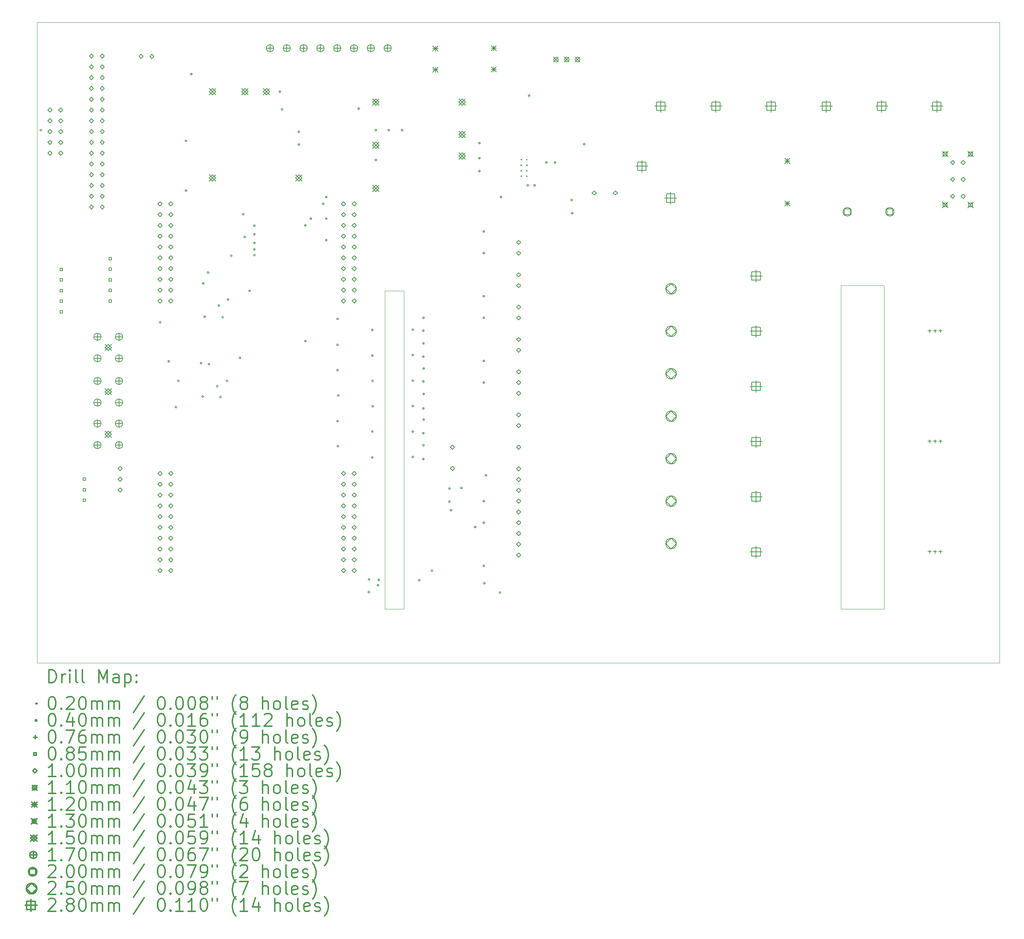
<source format=gbr>
%FSLAX45Y45*%
G04 Gerber Fmt 4.5, Leading zero omitted, Abs format (unit mm)*
G04 Created by KiCad (PCBNEW (5.1.8)-1) date 2021-03-22 22:30:29*
%MOMM*%
%LPD*%
G01*
G04 APERTURE LIST*
%TA.AperFunction,Profile*%
%ADD10C,0.050000*%
%TD*%
%ADD11C,0.200000*%
%ADD12C,0.300000*%
G04 APERTURE END LIST*
D10*
X9461500Y-15176500D02*
X9906000Y-15176500D01*
X9461500Y-7683500D02*
X9906000Y-7683500D01*
X9461500Y-15176500D02*
X9461500Y-7683500D01*
X9906000Y-7683500D02*
X9906000Y-15176500D01*
X20193000Y-7556500D02*
X21209000Y-7556500D01*
X20193000Y-15176500D02*
X20193000Y-7556500D01*
X21209000Y-15176500D02*
X20193000Y-15176500D01*
X21209000Y-7556500D02*
X21209000Y-15176500D01*
X23926800Y-1358900D02*
X9753600Y-1358900D01*
X23926800Y-16441700D02*
X23926800Y-1358900D01*
X1270000Y-16441700D02*
X23926800Y-16441700D01*
X1270000Y-1358900D02*
X1270000Y-16441700D01*
X9753600Y-1358900D02*
X1270000Y-1358900D01*
D11*
X12660560Y-4582900D02*
X12680560Y-4602900D01*
X12680560Y-4582900D02*
X12660560Y-4602900D01*
X12660560Y-4712900D02*
X12680560Y-4732900D01*
X12680560Y-4712900D02*
X12660560Y-4732900D01*
X12660560Y-4842900D02*
X12680560Y-4862900D01*
X12680560Y-4842900D02*
X12660560Y-4862900D01*
X12660560Y-4972900D02*
X12680560Y-4992900D01*
X12680560Y-4972900D02*
X12660560Y-4992900D01*
X12790560Y-4582900D02*
X12810560Y-4602900D01*
X12810560Y-4582900D02*
X12790560Y-4602900D01*
X12790560Y-4712900D02*
X12810560Y-4732900D01*
X12810560Y-4712900D02*
X12790560Y-4732900D01*
X12790560Y-4842900D02*
X12810560Y-4862900D01*
X12810560Y-4842900D02*
X12790560Y-4862900D01*
X12790560Y-4972900D02*
X12810560Y-4992900D01*
X12810560Y-4972900D02*
X12790560Y-4992900D01*
X1379800Y-3898900D02*
G75*
G03*
X1379800Y-3898900I-20000J0D01*
G01*
X4188775Y-8423275D02*
G75*
G03*
X4188775Y-8423275I-20000J0D01*
G01*
X4388800Y-9340850D02*
G75*
G03*
X4388800Y-9340850I-20000J0D01*
G01*
X4560250Y-10420350D02*
G75*
G03*
X4560250Y-10420350I-20000J0D01*
G01*
X4617400Y-9804400D02*
G75*
G03*
X4617400Y-9804400I-20000J0D01*
G01*
X4795200Y-4152900D02*
G75*
G03*
X4795200Y-4152900I-20000J0D01*
G01*
X4795200Y-5321300D02*
G75*
G03*
X4795200Y-5321300I-20000J0D01*
G01*
X4922200Y-2575500D02*
G75*
G03*
X4922200Y-2575500I-20000J0D01*
G01*
X5150800Y-9385300D02*
G75*
G03*
X5150800Y-9385300I-20000J0D01*
G01*
X5188900Y-10172700D02*
G75*
G03*
X5188900Y-10172700I-20000J0D01*
G01*
X5201600Y-7505700D02*
G75*
G03*
X5201600Y-7505700I-20000J0D01*
G01*
X5237300Y-8293100D02*
G75*
G03*
X5237300Y-8293100I-20000J0D01*
G01*
X5315900Y-7251700D02*
G75*
G03*
X5315900Y-7251700I-20000J0D01*
G01*
X5337800Y-9407200D02*
G75*
G03*
X5337800Y-9407200I-20000J0D01*
G01*
X5531800Y-9931400D02*
G75*
G03*
X5531800Y-9931400I-20000J0D01*
G01*
X5569900Y-8026400D02*
G75*
G03*
X5569900Y-8026400I-20000J0D01*
G01*
X5608000Y-10185400D02*
G75*
G03*
X5608000Y-10185400I-20000J0D01*
G01*
X5658800Y-8305800D02*
G75*
G03*
X5658800Y-8305800I-20000J0D01*
G01*
X5760400Y-9804400D02*
G75*
G03*
X5760400Y-9804400I-20000J0D01*
G01*
X5785800Y-7886700D02*
G75*
G03*
X5785800Y-7886700I-20000J0D01*
G01*
X5862000Y-6858000D02*
G75*
G03*
X5862000Y-6858000I-20000J0D01*
G01*
X6067800Y-9258300D02*
G75*
G03*
X6067800Y-9258300I-20000J0D01*
G01*
X6143310Y-5876820D02*
G75*
G03*
X6143310Y-5876820I-20000J0D01*
G01*
X6179500Y-6413500D02*
G75*
G03*
X6179500Y-6413500I-20000J0D01*
G01*
X6293800Y-7683500D02*
G75*
G03*
X6293800Y-7683500I-20000J0D01*
G01*
X6406560Y-6148340D02*
G75*
G03*
X6406560Y-6148340I-20000J0D01*
G01*
X6406560Y-6351540D02*
G75*
G03*
X6406560Y-6351540I-20000J0D01*
G01*
X6406560Y-6554740D02*
G75*
G03*
X6406560Y-6554740I-20000J0D01*
G01*
X6406560Y-6707140D02*
G75*
G03*
X6406560Y-6707140I-20000J0D01*
G01*
X6406560Y-6840220D02*
G75*
G03*
X6406560Y-6840220I-20000J0D01*
G01*
X7006610Y-2992120D02*
G75*
G03*
X7006610Y-2992120I-20000J0D01*
G01*
X7055760Y-3411220D02*
G75*
G03*
X7055760Y-3411220I-20000J0D01*
G01*
X7449500Y-3937000D02*
G75*
G03*
X7449500Y-3937000I-20000J0D01*
G01*
X7453310Y-4236720D02*
G75*
G03*
X7453310Y-4236720I-20000J0D01*
G01*
X7606980Y-6141720D02*
G75*
G03*
X7606980Y-6141720I-20000J0D01*
G01*
X7608250Y-8864600D02*
G75*
G03*
X7608250Y-8864600I-20000J0D01*
G01*
X7735250Y-5981700D02*
G75*
G03*
X7735250Y-5981700I-20000J0D01*
G01*
X8026080Y-5633720D02*
G75*
G03*
X8026080Y-5633720I-20000J0D01*
G01*
X8097200Y-5473700D02*
G75*
G03*
X8097200Y-5473700I-20000J0D01*
G01*
X8097200Y-5981700D02*
G75*
G03*
X8097200Y-5981700I-20000J0D01*
G01*
X8097200Y-6489700D02*
G75*
G03*
X8097200Y-6489700I-20000J0D01*
G01*
X8363900Y-8343900D02*
G75*
G03*
X8363900Y-8343900I-20000J0D01*
G01*
X8363900Y-8953500D02*
G75*
G03*
X8363900Y-8953500I-20000J0D01*
G01*
X8363900Y-9550400D02*
G75*
G03*
X8363900Y-9550400I-20000J0D01*
G01*
X8363900Y-10750550D02*
G75*
G03*
X8363900Y-10750550I-20000J0D01*
G01*
X8372058Y-11341100D02*
G75*
G03*
X8372058Y-11341100I-20000J0D01*
G01*
X8382950Y-10147300D02*
G75*
G03*
X8382950Y-10147300I-20000J0D01*
G01*
X8859200Y-3390900D02*
G75*
G03*
X8859200Y-3390900I-20000J0D01*
G01*
X9101740Y-14777760D02*
G75*
G03*
X9101740Y-14777760I-20000J0D01*
G01*
X9106850Y-14478000D02*
G75*
G03*
X9106850Y-14478000I-20000J0D01*
G01*
X9183050Y-8604250D02*
G75*
G03*
X9183050Y-8604250I-20000J0D01*
G01*
X9183050Y-9207500D02*
G75*
G03*
X9183050Y-9207500I-20000J0D01*
G01*
X9183050Y-10998200D02*
G75*
G03*
X9183050Y-10998200I-20000J0D01*
G01*
X9183050Y-11607800D02*
G75*
G03*
X9183050Y-11607800I-20000J0D01*
G01*
X9189400Y-9804400D02*
G75*
G03*
X9189400Y-9804400I-20000J0D01*
G01*
X9189400Y-10401300D02*
G75*
G03*
X9189400Y-10401300I-20000J0D01*
G01*
X9265600Y-3238500D02*
G75*
G03*
X9265600Y-3238500I-20000J0D01*
G01*
X9265600Y-3898900D02*
G75*
G03*
X9265600Y-3898900I-20000J0D01*
G01*
X9265600Y-4602400D02*
G75*
G03*
X9265600Y-4602400I-20000J0D01*
G01*
X9316400Y-14617700D02*
G75*
G03*
X9316400Y-14617700I-20000J0D01*
G01*
X9335450Y-14490700D02*
G75*
G03*
X9335450Y-14490700I-20000J0D01*
G01*
X9570400Y-3898900D02*
G75*
G03*
X9570400Y-3898900I-20000J0D01*
G01*
X9882900Y-3898900D02*
G75*
G03*
X9882900Y-3898900I-20000J0D01*
G01*
X10135550Y-8597900D02*
G75*
G03*
X10135550Y-8597900I-20000J0D01*
G01*
X10135550Y-9194800D02*
G75*
G03*
X10135550Y-9194800I-20000J0D01*
G01*
X10135550Y-9798050D02*
G75*
G03*
X10135550Y-9798050I-20000J0D01*
G01*
X10135550Y-10394950D02*
G75*
G03*
X10135550Y-10394950I-20000J0D01*
G01*
X10135550Y-10998200D02*
G75*
G03*
X10135550Y-10998200I-20000J0D01*
G01*
X10135550Y-11595100D02*
G75*
G03*
X10135550Y-11595100I-20000J0D01*
G01*
X10287950Y-14497050D02*
G75*
G03*
X10287950Y-14497050I-20000J0D01*
G01*
X10383200Y-8623300D02*
G75*
G03*
X10383200Y-8623300I-20000J0D01*
G01*
X10383200Y-9232900D02*
G75*
G03*
X10383200Y-9232900I-20000J0D01*
G01*
X10383200Y-9817100D02*
G75*
G03*
X10383200Y-9817100I-20000J0D01*
G01*
X10383200Y-10452100D02*
G75*
G03*
X10383200Y-10452100I-20000J0D01*
G01*
X10383200Y-11036300D02*
G75*
G03*
X10383200Y-11036300I-20000J0D01*
G01*
X10383200Y-11645900D02*
G75*
G03*
X10383200Y-11645900I-20000J0D01*
G01*
X10386101Y-8918301D02*
G75*
G03*
X10386101Y-8918301I-20000J0D01*
G01*
X10386355Y-11318855D02*
G75*
G03*
X10386355Y-11318855I-20000J0D01*
G01*
X10387625Y-8316575D02*
G75*
G03*
X10387625Y-8316575I-20000J0D01*
G01*
X10393360Y-9511244D02*
G75*
G03*
X10393360Y-9511244I-20000J0D01*
G01*
X10393360Y-10111446D02*
G75*
G03*
X10393360Y-10111446I-20000J0D01*
G01*
X10393360Y-10711648D02*
G75*
G03*
X10393360Y-10711648I-20000J0D01*
G01*
X10586400Y-14274800D02*
G75*
G03*
X10586400Y-14274800I-20000J0D01*
G01*
X10996610Y-12646660D02*
G75*
G03*
X10996610Y-12646660I-20000J0D01*
G01*
X10999150Y-12338050D02*
G75*
G03*
X10999150Y-12338050I-20000J0D01*
G01*
X11035370Y-12847150D02*
G75*
G03*
X11035370Y-12847150I-20000J0D01*
G01*
X11278550Y-12325350D02*
G75*
G03*
X11278550Y-12325350I-20000J0D01*
G01*
X11602400Y-13246100D02*
G75*
G03*
X11602400Y-13246100I-20000J0D01*
G01*
X11704000Y-4203700D02*
G75*
G03*
X11704000Y-4203700I-20000J0D01*
G01*
X11704000Y-4559300D02*
G75*
G03*
X11704000Y-4559300I-20000J0D01*
G01*
X11704000Y-4864100D02*
G75*
G03*
X11704000Y-4864100I-20000J0D01*
G01*
X11805600Y-6286500D02*
G75*
G03*
X11805600Y-6286500I-20000J0D01*
G01*
X11805600Y-6794500D02*
G75*
G03*
X11805600Y-6794500I-20000J0D01*
G01*
X11805600Y-7810500D02*
G75*
G03*
X11805600Y-7810500I-20000J0D01*
G01*
X11805600Y-8318500D02*
G75*
G03*
X11805600Y-8318500I-20000J0D01*
G01*
X11805600Y-9334500D02*
G75*
G03*
X11805600Y-9334500I-20000J0D01*
G01*
X11805600Y-9842500D02*
G75*
G03*
X11805600Y-9842500I-20000J0D01*
G01*
X11805600Y-12636500D02*
G75*
G03*
X11805600Y-12636500I-20000J0D01*
G01*
X11805600Y-13144500D02*
G75*
G03*
X11805600Y-13144500I-20000J0D01*
G01*
X11805600Y-14160500D02*
G75*
G03*
X11805600Y-14160500I-20000J0D01*
G01*
X11820880Y-14568170D02*
G75*
G03*
X11820880Y-14568170I-20000J0D01*
G01*
X11856400Y-12026900D02*
G75*
G03*
X11856400Y-12026900I-20000J0D01*
G01*
X12186600Y-14789150D02*
G75*
G03*
X12186600Y-14789150I-20000J0D01*
G01*
X12212000Y-5473700D02*
G75*
G03*
X12212000Y-5473700I-20000J0D01*
G01*
X12841920Y-5199380D02*
G75*
G03*
X12841920Y-5199380I-20000J0D01*
G01*
X12872400Y-3086100D02*
G75*
G03*
X12872400Y-3086100I-20000J0D01*
G01*
X13001880Y-5199380D02*
G75*
G03*
X13001880Y-5199380I-20000J0D01*
G01*
X13278800Y-4660900D02*
G75*
G03*
X13278800Y-4660900I-20000J0D01*
G01*
X13482000Y-4660900D02*
G75*
G03*
X13482000Y-4660900I-20000J0D01*
G01*
X13875700Y-5543550D02*
G75*
G03*
X13875700Y-5543550I-20000J0D01*
G01*
X13888400Y-5854700D02*
G75*
G03*
X13888400Y-5854700I-20000J0D01*
G01*
X14168075Y-4228825D02*
G75*
G03*
X14168075Y-4228825I-20000J0D01*
G01*
X22281768Y-11184810D02*
X22281768Y-11261010D01*
X22243668Y-11222910D02*
X22319868Y-11222910D01*
X22408768Y-11184810D02*
X22408768Y-11261010D01*
X22370668Y-11222910D02*
X22446868Y-11222910D01*
X22535768Y-11184810D02*
X22535768Y-11261010D01*
X22497668Y-11222910D02*
X22573868Y-11222910D01*
X22281768Y-13784810D02*
X22281768Y-13861010D01*
X22243668Y-13822910D02*
X22319868Y-13822910D01*
X22408768Y-13784810D02*
X22408768Y-13861010D01*
X22370668Y-13822910D02*
X22446868Y-13822910D01*
X22535768Y-13784810D02*
X22535768Y-13861010D01*
X22497668Y-13822910D02*
X22573868Y-13822910D01*
X22281768Y-8584810D02*
X22281768Y-8661010D01*
X22243668Y-8622910D02*
X22319868Y-8622910D01*
X22408768Y-8584810D02*
X22408768Y-8661010D01*
X22370668Y-8622910D02*
X22446868Y-8622910D01*
X22535768Y-8584810D02*
X22535768Y-8661010D01*
X22497668Y-8622910D02*
X22573868Y-8622910D01*
X1871552Y-7205552D02*
X1871552Y-7145448D01*
X1811448Y-7145448D01*
X1811448Y-7205552D01*
X1871552Y-7205552D01*
X1871552Y-7455552D02*
X1871552Y-7395448D01*
X1811448Y-7395448D01*
X1811448Y-7455552D01*
X1871552Y-7455552D01*
X1871552Y-7705552D02*
X1871552Y-7645448D01*
X1811448Y-7645448D01*
X1811448Y-7705552D01*
X1871552Y-7705552D01*
X1871552Y-7955552D02*
X1871552Y-7895448D01*
X1811448Y-7895448D01*
X1811448Y-7955552D01*
X1871552Y-7955552D01*
X1871552Y-8205552D02*
X1871552Y-8145448D01*
X1811448Y-8145448D01*
X1811448Y-8205552D01*
X1871552Y-8205552D01*
X3027252Y-6951552D02*
X3027252Y-6891448D01*
X2967148Y-6891448D01*
X2967148Y-6951552D01*
X3027252Y-6951552D01*
X3027252Y-7201552D02*
X3027252Y-7141448D01*
X2967148Y-7141448D01*
X2967148Y-7201552D01*
X3027252Y-7201552D01*
X3027252Y-7451552D02*
X3027252Y-7391448D01*
X2967148Y-7391448D01*
X2967148Y-7451552D01*
X3027252Y-7451552D01*
X3027252Y-7701552D02*
X3027252Y-7641448D01*
X2967148Y-7641448D01*
X2967148Y-7701552D01*
X3027252Y-7701552D01*
X3027252Y-7951552D02*
X3027252Y-7891448D01*
X2967148Y-7891448D01*
X2967148Y-7951552D01*
X3027252Y-7951552D01*
X2417652Y-12145852D02*
X2417652Y-12085748D01*
X2357548Y-12085748D01*
X2357548Y-12145852D01*
X2417652Y-12145852D01*
X2417652Y-12395852D02*
X2417652Y-12335748D01*
X2357548Y-12335748D01*
X2357548Y-12395852D01*
X2417652Y-12395852D01*
X2417652Y-12645852D02*
X2417652Y-12585748D01*
X2357548Y-12585748D01*
X2357548Y-12645852D01*
X2417652Y-12645852D01*
X11049000Y-11416500D02*
X11099000Y-11366500D01*
X11049000Y-11316500D01*
X10999000Y-11366500D01*
X11049000Y-11416500D01*
X11049000Y-11916500D02*
X11099000Y-11866500D01*
X11049000Y-11816500D01*
X10999000Y-11866500D01*
X11049000Y-11916500D01*
X2552700Y-2203000D02*
X2602700Y-2153000D01*
X2552700Y-2103000D01*
X2502700Y-2153000D01*
X2552700Y-2203000D01*
X2552700Y-2457000D02*
X2602700Y-2407000D01*
X2552700Y-2357000D01*
X2502700Y-2407000D01*
X2552700Y-2457000D01*
X2552700Y-2711000D02*
X2602700Y-2661000D01*
X2552700Y-2611000D01*
X2502700Y-2661000D01*
X2552700Y-2711000D01*
X2552700Y-2965000D02*
X2602700Y-2915000D01*
X2552700Y-2865000D01*
X2502700Y-2915000D01*
X2552700Y-2965000D01*
X2552700Y-3219000D02*
X2602700Y-3169000D01*
X2552700Y-3119000D01*
X2502700Y-3169000D01*
X2552700Y-3219000D01*
X2552700Y-3473000D02*
X2602700Y-3423000D01*
X2552700Y-3373000D01*
X2502700Y-3423000D01*
X2552700Y-3473000D01*
X2552700Y-3727000D02*
X2602700Y-3677000D01*
X2552700Y-3627000D01*
X2502700Y-3677000D01*
X2552700Y-3727000D01*
X2552700Y-3981000D02*
X2602700Y-3931000D01*
X2552700Y-3881000D01*
X2502700Y-3931000D01*
X2552700Y-3981000D01*
X2552700Y-4235000D02*
X2602700Y-4185000D01*
X2552700Y-4135000D01*
X2502700Y-4185000D01*
X2552700Y-4235000D01*
X2552700Y-4489000D02*
X2602700Y-4439000D01*
X2552700Y-4389000D01*
X2502700Y-4439000D01*
X2552700Y-4489000D01*
X2552700Y-4743000D02*
X2602700Y-4693000D01*
X2552700Y-4643000D01*
X2502700Y-4693000D01*
X2552700Y-4743000D01*
X2552700Y-4997000D02*
X2602700Y-4947000D01*
X2552700Y-4897000D01*
X2502700Y-4947000D01*
X2552700Y-4997000D01*
X2552700Y-5251000D02*
X2602700Y-5201000D01*
X2552700Y-5151000D01*
X2502700Y-5201000D01*
X2552700Y-5251000D01*
X2552700Y-5505000D02*
X2602700Y-5455000D01*
X2552700Y-5405000D01*
X2502700Y-5455000D01*
X2552700Y-5505000D01*
X2552700Y-5759000D02*
X2602700Y-5709000D01*
X2552700Y-5659000D01*
X2502700Y-5709000D01*
X2552700Y-5759000D01*
X2806700Y-2203000D02*
X2856700Y-2153000D01*
X2806700Y-2103000D01*
X2756700Y-2153000D01*
X2806700Y-2203000D01*
X2806700Y-2457000D02*
X2856700Y-2407000D01*
X2806700Y-2357000D01*
X2756700Y-2407000D01*
X2806700Y-2457000D01*
X2806700Y-2711000D02*
X2856700Y-2661000D01*
X2806700Y-2611000D01*
X2756700Y-2661000D01*
X2806700Y-2711000D01*
X2806700Y-2965000D02*
X2856700Y-2915000D01*
X2806700Y-2865000D01*
X2756700Y-2915000D01*
X2806700Y-2965000D01*
X2806700Y-3219000D02*
X2856700Y-3169000D01*
X2806700Y-3119000D01*
X2756700Y-3169000D01*
X2806700Y-3219000D01*
X2806700Y-3473000D02*
X2856700Y-3423000D01*
X2806700Y-3373000D01*
X2756700Y-3423000D01*
X2806700Y-3473000D01*
X2806700Y-3727000D02*
X2856700Y-3677000D01*
X2806700Y-3627000D01*
X2756700Y-3677000D01*
X2806700Y-3727000D01*
X2806700Y-3981000D02*
X2856700Y-3931000D01*
X2806700Y-3881000D01*
X2756700Y-3931000D01*
X2806700Y-3981000D01*
X2806700Y-4235000D02*
X2856700Y-4185000D01*
X2806700Y-4135000D01*
X2756700Y-4185000D01*
X2806700Y-4235000D01*
X2806700Y-4489000D02*
X2856700Y-4439000D01*
X2806700Y-4389000D01*
X2756700Y-4439000D01*
X2806700Y-4489000D01*
X2806700Y-4743000D02*
X2856700Y-4693000D01*
X2806700Y-4643000D01*
X2756700Y-4693000D01*
X2806700Y-4743000D01*
X2806700Y-4997000D02*
X2856700Y-4947000D01*
X2806700Y-4897000D01*
X2756700Y-4947000D01*
X2806700Y-4997000D01*
X2806700Y-5251000D02*
X2856700Y-5201000D01*
X2806700Y-5151000D01*
X2756700Y-5201000D01*
X2806700Y-5251000D01*
X2806700Y-5505000D02*
X2856700Y-5455000D01*
X2806700Y-5405000D01*
X2756700Y-5455000D01*
X2806700Y-5505000D01*
X2806700Y-5759000D02*
X2856700Y-5709000D01*
X2806700Y-5659000D01*
X2756700Y-5709000D01*
X2806700Y-5759000D01*
X1574800Y-3476500D02*
X1624800Y-3426500D01*
X1574800Y-3376500D01*
X1524800Y-3426500D01*
X1574800Y-3476500D01*
X1574800Y-3730500D02*
X1624800Y-3680500D01*
X1574800Y-3630500D01*
X1524800Y-3680500D01*
X1574800Y-3730500D01*
X1574800Y-3984500D02*
X1624800Y-3934500D01*
X1574800Y-3884500D01*
X1524800Y-3934500D01*
X1574800Y-3984500D01*
X1574800Y-4238500D02*
X1624800Y-4188500D01*
X1574800Y-4138500D01*
X1524800Y-4188500D01*
X1574800Y-4238500D01*
X1574800Y-4492500D02*
X1624800Y-4442500D01*
X1574800Y-4392500D01*
X1524800Y-4442500D01*
X1574800Y-4492500D01*
X1828800Y-3476500D02*
X1878800Y-3426500D01*
X1828800Y-3376500D01*
X1778800Y-3426500D01*
X1828800Y-3476500D01*
X1828800Y-3730500D02*
X1878800Y-3680500D01*
X1828800Y-3630500D01*
X1778800Y-3680500D01*
X1828800Y-3730500D01*
X1828800Y-3984500D02*
X1878800Y-3934500D01*
X1828800Y-3884500D01*
X1778800Y-3934500D01*
X1828800Y-3984500D01*
X1828800Y-4238500D02*
X1878800Y-4188500D01*
X1828800Y-4138500D01*
X1778800Y-4188500D01*
X1828800Y-4238500D01*
X1828800Y-4492500D02*
X1878800Y-4442500D01*
X1828800Y-4392500D01*
X1778800Y-4442500D01*
X1828800Y-4492500D01*
X22822630Y-4708410D02*
X22872630Y-4658410D01*
X22822630Y-4608410D01*
X22772630Y-4658410D01*
X22822630Y-4708410D01*
X22822630Y-5108410D02*
X22872630Y-5058410D01*
X22822630Y-5008410D01*
X22772630Y-5058410D01*
X22822630Y-5108410D01*
X22822630Y-5508410D02*
X22872630Y-5458410D01*
X22822630Y-5408410D01*
X22772630Y-5458410D01*
X22822630Y-5508410D01*
X23072630Y-4708410D02*
X23122630Y-4658410D01*
X23072630Y-4608410D01*
X23022630Y-4658410D01*
X23072630Y-4708410D01*
X23072630Y-5108410D02*
X23122630Y-5058410D01*
X23072630Y-5008410D01*
X23022630Y-5058410D01*
X23072630Y-5108410D01*
X23072630Y-5508410D02*
X23122630Y-5458410D01*
X23072630Y-5408410D01*
X23022630Y-5458410D01*
X23072630Y-5508410D01*
X4163060Y-5683720D02*
X4213060Y-5633720D01*
X4163060Y-5583720D01*
X4113060Y-5633720D01*
X4163060Y-5683720D01*
X4163060Y-5937720D02*
X4213060Y-5887720D01*
X4163060Y-5837720D01*
X4113060Y-5887720D01*
X4163060Y-5937720D01*
X4163060Y-6191720D02*
X4213060Y-6141720D01*
X4163060Y-6091720D01*
X4113060Y-6141720D01*
X4163060Y-6191720D01*
X4163060Y-6445720D02*
X4213060Y-6395720D01*
X4163060Y-6345720D01*
X4113060Y-6395720D01*
X4163060Y-6445720D01*
X4163060Y-6699720D02*
X4213060Y-6649720D01*
X4163060Y-6599720D01*
X4113060Y-6649720D01*
X4163060Y-6699720D01*
X4163060Y-6953720D02*
X4213060Y-6903720D01*
X4163060Y-6853720D01*
X4113060Y-6903720D01*
X4163060Y-6953720D01*
X4163060Y-7207720D02*
X4213060Y-7157720D01*
X4163060Y-7107720D01*
X4113060Y-7157720D01*
X4163060Y-7207720D01*
X4163060Y-7461720D02*
X4213060Y-7411720D01*
X4163060Y-7361720D01*
X4113060Y-7411720D01*
X4163060Y-7461720D01*
X4163060Y-7715720D02*
X4213060Y-7665720D01*
X4163060Y-7615720D01*
X4113060Y-7665720D01*
X4163060Y-7715720D01*
X4163060Y-7969720D02*
X4213060Y-7919720D01*
X4163060Y-7869720D01*
X4113060Y-7919720D01*
X4163060Y-7969720D01*
X4163060Y-12033720D02*
X4213060Y-11983720D01*
X4163060Y-11933720D01*
X4113060Y-11983720D01*
X4163060Y-12033720D01*
X4163060Y-12287720D02*
X4213060Y-12237720D01*
X4163060Y-12187720D01*
X4113060Y-12237720D01*
X4163060Y-12287720D01*
X4163060Y-12541720D02*
X4213060Y-12491720D01*
X4163060Y-12441720D01*
X4113060Y-12491720D01*
X4163060Y-12541720D01*
X4163060Y-12795720D02*
X4213060Y-12745720D01*
X4163060Y-12695720D01*
X4113060Y-12745720D01*
X4163060Y-12795720D01*
X4163060Y-13049720D02*
X4213060Y-12999720D01*
X4163060Y-12949720D01*
X4113060Y-12999720D01*
X4163060Y-13049720D01*
X4163060Y-13303720D02*
X4213060Y-13253720D01*
X4163060Y-13203720D01*
X4113060Y-13253720D01*
X4163060Y-13303720D01*
X4163060Y-13557720D02*
X4213060Y-13507720D01*
X4163060Y-13457720D01*
X4113060Y-13507720D01*
X4163060Y-13557720D01*
X4163060Y-13811720D02*
X4213060Y-13761720D01*
X4163060Y-13711720D01*
X4113060Y-13761720D01*
X4163060Y-13811720D01*
X4163060Y-14065720D02*
X4213060Y-14015720D01*
X4163060Y-13965720D01*
X4113060Y-14015720D01*
X4163060Y-14065720D01*
X4163060Y-14319720D02*
X4213060Y-14269720D01*
X4163060Y-14219720D01*
X4113060Y-14269720D01*
X4163060Y-14319720D01*
X4417060Y-5683720D02*
X4467060Y-5633720D01*
X4417060Y-5583720D01*
X4367060Y-5633720D01*
X4417060Y-5683720D01*
X4417060Y-5937720D02*
X4467060Y-5887720D01*
X4417060Y-5837720D01*
X4367060Y-5887720D01*
X4417060Y-5937720D01*
X4417060Y-6191720D02*
X4467060Y-6141720D01*
X4417060Y-6091720D01*
X4367060Y-6141720D01*
X4417060Y-6191720D01*
X4417060Y-6445720D02*
X4467060Y-6395720D01*
X4417060Y-6345720D01*
X4367060Y-6395720D01*
X4417060Y-6445720D01*
X4417060Y-6699720D02*
X4467060Y-6649720D01*
X4417060Y-6599720D01*
X4367060Y-6649720D01*
X4417060Y-6699720D01*
X4417060Y-6953720D02*
X4467060Y-6903720D01*
X4417060Y-6853720D01*
X4367060Y-6903720D01*
X4417060Y-6953720D01*
X4417060Y-7207720D02*
X4467060Y-7157720D01*
X4417060Y-7107720D01*
X4367060Y-7157720D01*
X4417060Y-7207720D01*
X4417060Y-7461720D02*
X4467060Y-7411720D01*
X4417060Y-7361720D01*
X4367060Y-7411720D01*
X4417060Y-7461720D01*
X4417060Y-7715720D02*
X4467060Y-7665720D01*
X4417060Y-7615720D01*
X4367060Y-7665720D01*
X4417060Y-7715720D01*
X4417060Y-7969720D02*
X4467060Y-7919720D01*
X4417060Y-7869720D01*
X4367060Y-7919720D01*
X4417060Y-7969720D01*
X4417060Y-12033720D02*
X4467060Y-11983720D01*
X4417060Y-11933720D01*
X4367060Y-11983720D01*
X4417060Y-12033720D01*
X4417060Y-12287720D02*
X4467060Y-12237720D01*
X4417060Y-12187720D01*
X4367060Y-12237720D01*
X4417060Y-12287720D01*
X4417060Y-12541720D02*
X4467060Y-12491720D01*
X4417060Y-12441720D01*
X4367060Y-12491720D01*
X4417060Y-12541720D01*
X4417060Y-12795720D02*
X4467060Y-12745720D01*
X4417060Y-12695720D01*
X4367060Y-12745720D01*
X4417060Y-12795720D01*
X4417060Y-13049720D02*
X4467060Y-12999720D01*
X4417060Y-12949720D01*
X4367060Y-12999720D01*
X4417060Y-13049720D01*
X4417060Y-13303720D02*
X4467060Y-13253720D01*
X4417060Y-13203720D01*
X4367060Y-13253720D01*
X4417060Y-13303720D01*
X4417060Y-13557720D02*
X4467060Y-13507720D01*
X4417060Y-13457720D01*
X4367060Y-13507720D01*
X4417060Y-13557720D01*
X4417060Y-13811720D02*
X4467060Y-13761720D01*
X4417060Y-13711720D01*
X4367060Y-13761720D01*
X4417060Y-13811720D01*
X4417060Y-14065720D02*
X4467060Y-14015720D01*
X4417060Y-13965720D01*
X4367060Y-14015720D01*
X4417060Y-14065720D01*
X4417060Y-14319720D02*
X4467060Y-14269720D01*
X4417060Y-14219720D01*
X4367060Y-14269720D01*
X4417060Y-14319720D01*
X8481060Y-5683720D02*
X8531060Y-5633720D01*
X8481060Y-5583720D01*
X8431060Y-5633720D01*
X8481060Y-5683720D01*
X8481060Y-5937720D02*
X8531060Y-5887720D01*
X8481060Y-5837720D01*
X8431060Y-5887720D01*
X8481060Y-5937720D01*
X8481060Y-6191720D02*
X8531060Y-6141720D01*
X8481060Y-6091720D01*
X8431060Y-6141720D01*
X8481060Y-6191720D01*
X8481060Y-6445720D02*
X8531060Y-6395720D01*
X8481060Y-6345720D01*
X8431060Y-6395720D01*
X8481060Y-6445720D01*
X8481060Y-6699720D02*
X8531060Y-6649720D01*
X8481060Y-6599720D01*
X8431060Y-6649720D01*
X8481060Y-6699720D01*
X8481060Y-6953720D02*
X8531060Y-6903720D01*
X8481060Y-6853720D01*
X8431060Y-6903720D01*
X8481060Y-6953720D01*
X8481060Y-7207720D02*
X8531060Y-7157720D01*
X8481060Y-7107720D01*
X8431060Y-7157720D01*
X8481060Y-7207720D01*
X8481060Y-7461720D02*
X8531060Y-7411720D01*
X8481060Y-7361720D01*
X8431060Y-7411720D01*
X8481060Y-7461720D01*
X8481060Y-7715720D02*
X8531060Y-7665720D01*
X8481060Y-7615720D01*
X8431060Y-7665720D01*
X8481060Y-7715720D01*
X8481060Y-7969720D02*
X8531060Y-7919720D01*
X8481060Y-7869720D01*
X8431060Y-7919720D01*
X8481060Y-7969720D01*
X8481060Y-12033720D02*
X8531060Y-11983720D01*
X8481060Y-11933720D01*
X8431060Y-11983720D01*
X8481060Y-12033720D01*
X8481060Y-12287720D02*
X8531060Y-12237720D01*
X8481060Y-12187720D01*
X8431060Y-12237720D01*
X8481060Y-12287720D01*
X8481060Y-12541720D02*
X8531060Y-12491720D01*
X8481060Y-12441720D01*
X8431060Y-12491720D01*
X8481060Y-12541720D01*
X8481060Y-12795720D02*
X8531060Y-12745720D01*
X8481060Y-12695720D01*
X8431060Y-12745720D01*
X8481060Y-12795720D01*
X8481060Y-13049720D02*
X8531060Y-12999720D01*
X8481060Y-12949720D01*
X8431060Y-12999720D01*
X8481060Y-13049720D01*
X8481060Y-13303720D02*
X8531060Y-13253720D01*
X8481060Y-13203720D01*
X8431060Y-13253720D01*
X8481060Y-13303720D01*
X8481060Y-13557720D02*
X8531060Y-13507720D01*
X8481060Y-13457720D01*
X8431060Y-13507720D01*
X8481060Y-13557720D01*
X8481060Y-13811720D02*
X8531060Y-13761720D01*
X8481060Y-13711720D01*
X8431060Y-13761720D01*
X8481060Y-13811720D01*
X8481060Y-14065720D02*
X8531060Y-14015720D01*
X8481060Y-13965720D01*
X8431060Y-14015720D01*
X8481060Y-14065720D01*
X8481060Y-14319720D02*
X8531060Y-14269720D01*
X8481060Y-14219720D01*
X8431060Y-14269720D01*
X8481060Y-14319720D01*
X8735060Y-5683720D02*
X8785060Y-5633720D01*
X8735060Y-5583720D01*
X8685060Y-5633720D01*
X8735060Y-5683720D01*
X8735060Y-5937720D02*
X8785060Y-5887720D01*
X8735060Y-5837720D01*
X8685060Y-5887720D01*
X8735060Y-5937720D01*
X8735060Y-6191720D02*
X8785060Y-6141720D01*
X8735060Y-6091720D01*
X8685060Y-6141720D01*
X8735060Y-6191720D01*
X8735060Y-6445720D02*
X8785060Y-6395720D01*
X8735060Y-6345720D01*
X8685060Y-6395720D01*
X8735060Y-6445720D01*
X8735060Y-6699720D02*
X8785060Y-6649720D01*
X8735060Y-6599720D01*
X8685060Y-6649720D01*
X8735060Y-6699720D01*
X8735060Y-6953720D02*
X8785060Y-6903720D01*
X8735060Y-6853720D01*
X8685060Y-6903720D01*
X8735060Y-6953720D01*
X8735060Y-7207720D02*
X8785060Y-7157720D01*
X8735060Y-7107720D01*
X8685060Y-7157720D01*
X8735060Y-7207720D01*
X8735060Y-7461720D02*
X8785060Y-7411720D01*
X8735060Y-7361720D01*
X8685060Y-7411720D01*
X8735060Y-7461720D01*
X8735060Y-7715720D02*
X8785060Y-7665720D01*
X8735060Y-7615720D01*
X8685060Y-7665720D01*
X8735060Y-7715720D01*
X8735060Y-7969720D02*
X8785060Y-7919720D01*
X8735060Y-7869720D01*
X8685060Y-7919720D01*
X8735060Y-7969720D01*
X8735060Y-12033720D02*
X8785060Y-11983720D01*
X8735060Y-11933720D01*
X8685060Y-11983720D01*
X8735060Y-12033720D01*
X8735060Y-12287720D02*
X8785060Y-12237720D01*
X8735060Y-12187720D01*
X8685060Y-12237720D01*
X8735060Y-12287720D01*
X8735060Y-12541720D02*
X8785060Y-12491720D01*
X8735060Y-12441720D01*
X8685060Y-12491720D01*
X8735060Y-12541720D01*
X8735060Y-12795720D02*
X8785060Y-12745720D01*
X8735060Y-12695720D01*
X8685060Y-12745720D01*
X8735060Y-12795720D01*
X8735060Y-13049720D02*
X8785060Y-12999720D01*
X8735060Y-12949720D01*
X8685060Y-12999720D01*
X8735060Y-13049720D01*
X8735060Y-13303720D02*
X8785060Y-13253720D01*
X8735060Y-13203720D01*
X8685060Y-13253720D01*
X8735060Y-13303720D01*
X8735060Y-13557720D02*
X8785060Y-13507720D01*
X8735060Y-13457720D01*
X8685060Y-13507720D01*
X8735060Y-13557720D01*
X8735060Y-13811720D02*
X8785060Y-13761720D01*
X8735060Y-13711720D01*
X8685060Y-13761720D01*
X8735060Y-13811720D01*
X8735060Y-14065720D02*
X8785060Y-14015720D01*
X8735060Y-13965720D01*
X8685060Y-14015720D01*
X8735060Y-14065720D01*
X8735060Y-14319720D02*
X8785060Y-14269720D01*
X8735060Y-14219720D01*
X8685060Y-14269720D01*
X8735060Y-14319720D01*
X14383130Y-5425910D02*
X14433130Y-5375910D01*
X14383130Y-5325910D01*
X14333130Y-5375910D01*
X14383130Y-5425910D01*
X14883130Y-5425910D02*
X14933130Y-5375910D01*
X14883130Y-5325910D01*
X14833130Y-5375910D01*
X14883130Y-5425910D01*
X3721100Y-2209000D02*
X3771100Y-2159000D01*
X3721100Y-2109000D01*
X3671100Y-2159000D01*
X3721100Y-2209000D01*
X3975100Y-2209000D02*
X4025100Y-2159000D01*
X3975100Y-2109000D01*
X3925100Y-2159000D01*
X3975100Y-2209000D01*
X3225800Y-11911800D02*
X3275800Y-11861800D01*
X3225800Y-11811800D01*
X3175800Y-11861800D01*
X3225800Y-11911800D01*
X3225800Y-12165800D02*
X3275800Y-12115800D01*
X3225800Y-12065800D01*
X3175800Y-12115800D01*
X3225800Y-12165800D01*
X3225800Y-12419800D02*
X3275800Y-12369800D01*
X3225800Y-12319800D01*
X3175800Y-12369800D01*
X3225800Y-12419800D01*
X12605530Y-6593710D02*
X12655530Y-6543710D01*
X12605530Y-6493710D01*
X12555530Y-6543710D01*
X12605530Y-6593710D01*
X12605530Y-6847710D02*
X12655530Y-6797710D01*
X12605530Y-6747710D01*
X12555530Y-6797710D01*
X12605530Y-6847710D01*
X12605530Y-7355710D02*
X12655530Y-7305710D01*
X12605530Y-7255710D01*
X12555530Y-7305710D01*
X12605530Y-7355710D01*
X12605530Y-7609710D02*
X12655530Y-7559710D01*
X12605530Y-7509710D01*
X12555530Y-7559710D01*
X12605530Y-7609710D01*
X12605530Y-8117710D02*
X12655530Y-8067710D01*
X12605530Y-8017710D01*
X12555530Y-8067710D01*
X12605530Y-8117710D01*
X12605530Y-8371710D02*
X12655530Y-8321710D01*
X12605530Y-8271710D01*
X12555530Y-8321710D01*
X12605530Y-8371710D01*
X12605530Y-8879710D02*
X12655530Y-8829710D01*
X12605530Y-8779710D01*
X12555530Y-8829710D01*
X12605530Y-8879710D01*
X12605530Y-9129710D02*
X12655530Y-9079710D01*
X12605530Y-9029710D01*
X12555530Y-9079710D01*
X12605530Y-9129710D01*
X12605530Y-9637710D02*
X12655530Y-9587710D01*
X12605530Y-9537710D01*
X12555530Y-9587710D01*
X12605530Y-9637710D01*
X12605530Y-9891710D02*
X12655530Y-9841710D01*
X12605530Y-9791710D01*
X12555530Y-9841710D01*
X12605530Y-9891710D01*
X12605530Y-10145710D02*
X12655530Y-10095710D01*
X12605530Y-10045710D01*
X12555530Y-10095710D01*
X12605530Y-10145710D01*
X12605530Y-10653710D02*
X12655530Y-10603710D01*
X12605530Y-10553710D01*
X12555530Y-10603710D01*
X12605530Y-10653710D01*
X12605530Y-10907710D02*
X12655530Y-10857710D01*
X12605530Y-10807710D01*
X12555530Y-10857710D01*
X12605530Y-10907710D01*
X12605530Y-11415710D02*
X12655530Y-11365710D01*
X12605530Y-11315710D01*
X12555530Y-11365710D01*
X12605530Y-11415710D01*
X12605530Y-11923710D02*
X12655530Y-11873710D01*
X12605530Y-11823710D01*
X12555530Y-11873710D01*
X12605530Y-11923710D01*
X12605530Y-12177710D02*
X12655530Y-12127710D01*
X12605530Y-12077710D01*
X12555530Y-12127710D01*
X12605530Y-12177710D01*
X12605530Y-12431710D02*
X12655530Y-12381710D01*
X12605530Y-12331710D01*
X12555530Y-12381710D01*
X12605530Y-12431710D01*
X12605530Y-12685710D02*
X12655530Y-12635710D01*
X12605530Y-12585710D01*
X12555530Y-12635710D01*
X12605530Y-12685710D01*
X12605530Y-12939710D02*
X12655530Y-12889710D01*
X12605530Y-12839710D01*
X12555530Y-12889710D01*
X12605530Y-12939710D01*
X12605530Y-13193710D02*
X12655530Y-13143710D01*
X12605530Y-13093710D01*
X12555530Y-13143710D01*
X12605530Y-13193710D01*
X12605530Y-13447710D02*
X12655530Y-13397710D01*
X12605530Y-13347710D01*
X12555530Y-13397710D01*
X12605530Y-13447710D01*
X12605530Y-13701710D02*
X12655530Y-13651710D01*
X12605530Y-13601710D01*
X12555530Y-13651710D01*
X12605530Y-13701710D01*
X12605530Y-13955710D02*
X12655530Y-13905710D01*
X12605530Y-13855710D01*
X12555530Y-13905710D01*
X12605530Y-13955710D01*
X13432400Y-2180200D02*
X13542400Y-2290200D01*
X13542400Y-2180200D02*
X13432400Y-2290200D01*
X13542400Y-2235200D02*
G75*
G03*
X13542400Y-2235200I-55000J0D01*
G01*
X13686400Y-2180200D02*
X13796400Y-2290200D01*
X13796400Y-2180200D02*
X13686400Y-2290200D01*
X13796400Y-2235200D02*
G75*
G03*
X13796400Y-2235200I-55000J0D01*
G01*
X13940400Y-2180200D02*
X14050400Y-2290200D01*
X14050400Y-2180200D02*
X13940400Y-2290200D01*
X14050400Y-2235200D02*
G75*
G03*
X14050400Y-2235200I-55000J0D01*
G01*
X11964360Y-1908500D02*
X12084360Y-2028500D01*
X12084360Y-1908500D02*
X11964360Y-2028500D01*
X12024360Y-1908500D02*
X12024360Y-2028500D01*
X11964360Y-1968500D02*
X12084360Y-1968500D01*
X11964360Y-2408500D02*
X12084360Y-2528500D01*
X12084360Y-2408500D02*
X11964360Y-2528500D01*
X12024360Y-2408500D02*
X12024360Y-2528500D01*
X11964360Y-2468500D02*
X12084360Y-2468500D01*
X18874130Y-4561910D02*
X18994130Y-4681910D01*
X18994130Y-4561910D02*
X18874130Y-4681910D01*
X18934130Y-4561910D02*
X18934130Y-4681910D01*
X18874130Y-4621910D02*
X18994130Y-4621910D01*
X18874130Y-5561910D02*
X18994130Y-5681910D01*
X18994130Y-5561910D02*
X18874130Y-5681910D01*
X18934130Y-5561910D02*
X18934130Y-5681910D01*
X18874130Y-5621910D02*
X18994130Y-5621910D01*
X10587680Y-1918660D02*
X10707680Y-2038660D01*
X10707680Y-1918660D02*
X10587680Y-2038660D01*
X10647680Y-1918660D02*
X10647680Y-2038660D01*
X10587680Y-1978660D02*
X10707680Y-1978660D01*
X10587680Y-2418660D02*
X10707680Y-2538660D01*
X10707680Y-2418660D02*
X10587680Y-2538660D01*
X10647680Y-2418660D02*
X10647680Y-2538660D01*
X10587680Y-2478660D02*
X10707680Y-2478660D01*
X22582630Y-4393410D02*
X22712630Y-4523410D01*
X22712630Y-4393410D02*
X22582630Y-4523410D01*
X22693592Y-4504372D02*
X22693592Y-4412448D01*
X22601668Y-4412448D01*
X22601668Y-4504372D01*
X22693592Y-4504372D01*
X22582630Y-5593410D02*
X22712630Y-5723410D01*
X22712630Y-5593410D02*
X22582630Y-5723410D01*
X22693592Y-5704372D02*
X22693592Y-5612448D01*
X22601668Y-5612448D01*
X22601668Y-5704372D01*
X22693592Y-5704372D01*
X23182630Y-4393410D02*
X23312630Y-4523410D01*
X23312630Y-4393410D02*
X23182630Y-4523410D01*
X23293592Y-4504372D02*
X23293592Y-4412448D01*
X23201668Y-4412448D01*
X23201668Y-4504372D01*
X23293592Y-4504372D01*
X23182630Y-5593410D02*
X23312630Y-5723410D01*
X23312630Y-5593410D02*
X23182630Y-5723410D01*
X23293592Y-5704372D02*
X23293592Y-5612448D01*
X23201668Y-5612448D01*
X23201668Y-5704372D01*
X23293592Y-5704372D01*
X2871400Y-8942000D02*
X3021400Y-9092000D01*
X3021400Y-8942000D02*
X2871400Y-9092000D01*
X2946400Y-9092000D02*
X3021400Y-9017000D01*
X2946400Y-8942000D01*
X2871400Y-9017000D01*
X2946400Y-9092000D01*
X5326310Y-2917120D02*
X5476310Y-3067120D01*
X5476310Y-2917120D02*
X5326310Y-3067120D01*
X5401310Y-3067120D02*
X5476310Y-2992120D01*
X5401310Y-2917120D01*
X5326310Y-2992120D01*
X5401310Y-3067120D01*
X5326310Y-4949120D02*
X5476310Y-5099120D01*
X5476310Y-4949120D02*
X5326310Y-5099120D01*
X5401310Y-5099120D02*
X5476310Y-5024120D01*
X5401310Y-4949120D01*
X5326310Y-5024120D01*
X5401310Y-5099120D01*
X6088310Y-2917120D02*
X6238310Y-3067120D01*
X6238310Y-2917120D02*
X6088310Y-3067120D01*
X6163310Y-3067120D02*
X6238310Y-2992120D01*
X6163310Y-2917120D01*
X6088310Y-2992120D01*
X6163310Y-3067120D01*
X6596310Y-2917120D02*
X6746310Y-3067120D01*
X6746310Y-2917120D02*
X6596310Y-3067120D01*
X6671310Y-3067120D02*
X6746310Y-2992120D01*
X6671310Y-2917120D01*
X6596310Y-2992120D01*
X6671310Y-3067120D01*
X7358310Y-4949120D02*
X7508310Y-5099120D01*
X7508310Y-4949120D02*
X7358310Y-5099120D01*
X7433310Y-5099120D02*
X7508310Y-5024120D01*
X7433310Y-4949120D01*
X7358310Y-5024120D01*
X7433310Y-5099120D01*
X2871400Y-9983400D02*
X3021400Y-10133400D01*
X3021400Y-9983400D02*
X2871400Y-10133400D01*
X2946400Y-10133400D02*
X3021400Y-10058400D01*
X2946400Y-9983400D01*
X2871400Y-10058400D01*
X2946400Y-10133400D01*
X9170600Y-3163500D02*
X9320600Y-3313500D01*
X9320600Y-3163500D02*
X9170600Y-3313500D01*
X9245600Y-3313500D02*
X9320600Y-3238500D01*
X9245600Y-3163500D01*
X9170600Y-3238500D01*
X9245600Y-3313500D01*
X9170600Y-4179500D02*
X9320600Y-4329500D01*
X9320600Y-4179500D02*
X9170600Y-4329500D01*
X9245600Y-4329500D02*
X9320600Y-4254500D01*
X9245600Y-4179500D01*
X9170600Y-4254500D01*
X9245600Y-4329500D01*
X9170600Y-5195500D02*
X9320600Y-5345500D01*
X9320600Y-5195500D02*
X9170600Y-5345500D01*
X9245600Y-5345500D02*
X9320600Y-5270500D01*
X9245600Y-5195500D01*
X9170600Y-5270500D01*
X9245600Y-5345500D01*
X11202600Y-3163500D02*
X11352600Y-3313500D01*
X11352600Y-3163500D02*
X11202600Y-3313500D01*
X11277600Y-3313500D02*
X11352600Y-3238500D01*
X11277600Y-3163500D01*
X11202600Y-3238500D01*
X11277600Y-3313500D01*
X11202600Y-3925500D02*
X11352600Y-4075500D01*
X11352600Y-3925500D02*
X11202600Y-4075500D01*
X11277600Y-4075500D02*
X11352600Y-4000500D01*
X11277600Y-3925500D01*
X11202600Y-4000500D01*
X11277600Y-4075500D01*
X11202600Y-4433500D02*
X11352600Y-4583500D01*
X11352600Y-4433500D02*
X11202600Y-4583500D01*
X11277600Y-4583500D02*
X11352600Y-4508500D01*
X11277600Y-4433500D01*
X11202600Y-4508500D01*
X11277600Y-4583500D01*
X2871400Y-10986700D02*
X3021400Y-11136700D01*
X3021400Y-10986700D02*
X2871400Y-11136700D01*
X2946400Y-11136700D02*
X3021400Y-11061700D01*
X2946400Y-10986700D01*
X2871400Y-11061700D01*
X2946400Y-11136700D01*
X2692400Y-8678000D02*
X2692400Y-8848000D01*
X2607400Y-8763000D02*
X2777400Y-8763000D01*
X2777400Y-8763000D02*
G75*
G03*
X2777400Y-8763000I-85000J0D01*
G01*
X2692400Y-9186000D02*
X2692400Y-9356000D01*
X2607400Y-9271000D02*
X2777400Y-9271000D01*
X2777400Y-9271000D02*
G75*
G03*
X2777400Y-9271000I-85000J0D01*
G01*
X3200400Y-8678000D02*
X3200400Y-8848000D01*
X3115400Y-8763000D02*
X3285400Y-8763000D01*
X3285400Y-8763000D02*
G75*
G03*
X3285400Y-8763000I-85000J0D01*
G01*
X3200400Y-9186000D02*
X3200400Y-9356000D01*
X3115400Y-9271000D02*
X3285400Y-9271000D01*
X3285400Y-9271000D02*
G75*
G03*
X3285400Y-9271000I-85000J0D01*
G01*
X2692400Y-9719400D02*
X2692400Y-9889400D01*
X2607400Y-9804400D02*
X2777400Y-9804400D01*
X2777400Y-9804400D02*
G75*
G03*
X2777400Y-9804400I-85000J0D01*
G01*
X2692400Y-10227400D02*
X2692400Y-10397400D01*
X2607400Y-10312400D02*
X2777400Y-10312400D01*
X2777400Y-10312400D02*
G75*
G03*
X2777400Y-10312400I-85000J0D01*
G01*
X3200400Y-9719400D02*
X3200400Y-9889400D01*
X3115400Y-9804400D02*
X3285400Y-9804400D01*
X3285400Y-9804400D02*
G75*
G03*
X3285400Y-9804400I-85000J0D01*
G01*
X3200400Y-10227400D02*
X3200400Y-10397400D01*
X3115400Y-10312400D02*
X3285400Y-10312400D01*
X3285400Y-10312400D02*
G75*
G03*
X3285400Y-10312400I-85000J0D01*
G01*
X2692400Y-10722700D02*
X2692400Y-10892700D01*
X2607400Y-10807700D02*
X2777400Y-10807700D01*
X2777400Y-10807700D02*
G75*
G03*
X2777400Y-10807700I-85000J0D01*
G01*
X2692400Y-11230700D02*
X2692400Y-11400700D01*
X2607400Y-11315700D02*
X2777400Y-11315700D01*
X2777400Y-11315700D02*
G75*
G03*
X2777400Y-11315700I-85000J0D01*
G01*
X3200400Y-10722700D02*
X3200400Y-10892700D01*
X3115400Y-10807700D02*
X3285400Y-10807700D01*
X3285400Y-10807700D02*
G75*
G03*
X3285400Y-10807700I-85000J0D01*
G01*
X3200400Y-11230700D02*
X3200400Y-11400700D01*
X3115400Y-11315700D02*
X3285400Y-11315700D01*
X3285400Y-11315700D02*
G75*
G03*
X3285400Y-11315700I-85000J0D01*
G01*
X6753000Y-1883500D02*
X6753000Y-2053500D01*
X6668000Y-1968500D02*
X6838000Y-1968500D01*
X6838000Y-1968500D02*
G75*
G03*
X6838000Y-1968500I-85000J0D01*
G01*
X7149000Y-1883500D02*
X7149000Y-2053500D01*
X7064000Y-1968500D02*
X7234000Y-1968500D01*
X7234000Y-1968500D02*
G75*
G03*
X7234000Y-1968500I-85000J0D01*
G01*
X7545000Y-1883500D02*
X7545000Y-2053500D01*
X7460000Y-1968500D02*
X7630000Y-1968500D01*
X7630000Y-1968500D02*
G75*
G03*
X7630000Y-1968500I-85000J0D01*
G01*
X7941000Y-1883500D02*
X7941000Y-2053500D01*
X7856000Y-1968500D02*
X8026000Y-1968500D01*
X8026000Y-1968500D02*
G75*
G03*
X8026000Y-1968500I-85000J0D01*
G01*
X8337000Y-1883500D02*
X8337000Y-2053500D01*
X8252000Y-1968500D02*
X8422000Y-1968500D01*
X8422000Y-1968500D02*
G75*
G03*
X8422000Y-1968500I-85000J0D01*
G01*
X8733000Y-1883500D02*
X8733000Y-2053500D01*
X8648000Y-1968500D02*
X8818000Y-1968500D01*
X8818000Y-1968500D02*
G75*
G03*
X8818000Y-1968500I-85000J0D01*
G01*
X9129000Y-1883500D02*
X9129000Y-2053500D01*
X9044000Y-1968500D02*
X9214000Y-1968500D01*
X9214000Y-1968500D02*
G75*
G03*
X9214000Y-1968500I-85000J0D01*
G01*
X9525000Y-1883500D02*
X9525000Y-2053500D01*
X9440000Y-1968500D02*
X9610000Y-1968500D01*
X9610000Y-1968500D02*
G75*
G03*
X9610000Y-1968500I-85000J0D01*
G01*
X20414841Y-5891121D02*
X20414841Y-5749699D01*
X20273419Y-5749699D01*
X20273419Y-5891121D01*
X20414841Y-5891121D01*
X20444130Y-5820410D02*
G75*
G03*
X20444130Y-5820410I-100000J0D01*
G01*
X21414841Y-5891121D02*
X21414841Y-5749699D01*
X21273419Y-5749699D01*
X21273419Y-5891121D01*
X21414841Y-5891121D01*
X21444130Y-5820410D02*
G75*
G03*
X21444130Y-5820410I-100000J0D01*
G01*
X16195530Y-7760710D02*
X16320530Y-7635710D01*
X16195530Y-7510710D01*
X16070530Y-7635710D01*
X16195530Y-7760710D01*
X16320530Y-7635710D02*
G75*
G03*
X16320530Y-7635710I-125000J0D01*
G01*
X16195530Y-8760710D02*
X16320530Y-8635710D01*
X16195530Y-8510710D01*
X16070530Y-8635710D01*
X16195530Y-8760710D01*
X16320530Y-8635710D02*
G75*
G03*
X16320530Y-8635710I-125000J0D01*
G01*
X16195530Y-9760710D02*
X16320530Y-9635710D01*
X16195530Y-9510710D01*
X16070530Y-9635710D01*
X16195530Y-9760710D01*
X16320530Y-9635710D02*
G75*
G03*
X16320530Y-9635710I-125000J0D01*
G01*
X16195530Y-10760710D02*
X16320530Y-10635710D01*
X16195530Y-10510710D01*
X16070530Y-10635710D01*
X16195530Y-10760710D01*
X16320530Y-10635710D02*
G75*
G03*
X16320530Y-10635710I-125000J0D01*
G01*
X16195530Y-11760710D02*
X16320530Y-11635710D01*
X16195530Y-11510710D01*
X16070530Y-11635710D01*
X16195530Y-11760710D01*
X16320530Y-11635710D02*
G75*
G03*
X16320530Y-11635710I-125000J0D01*
G01*
X16195530Y-12760710D02*
X16320530Y-12635710D01*
X16195530Y-12510710D01*
X16070530Y-12635710D01*
X16195530Y-12760710D01*
X16320530Y-12635710D02*
G75*
G03*
X16320530Y-12635710I-125000J0D01*
G01*
X16195530Y-13760710D02*
X16320530Y-13635710D01*
X16195530Y-13510710D01*
X16070530Y-13635710D01*
X16195530Y-13760710D01*
X16320530Y-13635710D02*
G75*
G03*
X16320530Y-13635710I-125000J0D01*
G01*
X18196130Y-7192410D02*
X18196130Y-7472410D01*
X18056130Y-7332410D02*
X18336130Y-7332410D01*
X18295126Y-7431406D02*
X18295126Y-7233414D01*
X18097134Y-7233414D01*
X18097134Y-7431406D01*
X18295126Y-7431406D01*
X18196130Y-8492410D02*
X18196130Y-8772410D01*
X18056130Y-8632410D02*
X18336130Y-8632410D01*
X18295126Y-8731406D02*
X18295126Y-8533414D01*
X18097134Y-8533414D01*
X18097134Y-8731406D01*
X18295126Y-8731406D01*
X18196130Y-9792410D02*
X18196130Y-10072410D01*
X18056130Y-9932410D02*
X18336130Y-9932410D01*
X18295126Y-10031406D02*
X18295126Y-9833414D01*
X18097134Y-9833414D01*
X18097134Y-10031406D01*
X18295126Y-10031406D01*
X18196130Y-11092410D02*
X18196130Y-11372410D01*
X18056130Y-11232410D02*
X18336130Y-11232410D01*
X18295126Y-11331406D02*
X18295126Y-11133414D01*
X18097134Y-11133414D01*
X18097134Y-11331406D01*
X18295126Y-11331406D01*
X18196130Y-12392410D02*
X18196130Y-12672410D01*
X18056130Y-12532410D02*
X18336130Y-12532410D01*
X18295126Y-12631406D02*
X18295126Y-12433414D01*
X18097134Y-12433414D01*
X18097134Y-12631406D01*
X18295126Y-12631406D01*
X18196130Y-13692410D02*
X18196130Y-13972410D01*
X18056130Y-13832410D02*
X18336130Y-13832410D01*
X18295126Y-13931406D02*
X18295126Y-13733414D01*
X18097134Y-13733414D01*
X18097134Y-13931406D01*
X18295126Y-13931406D01*
X15509130Y-4606910D02*
X15509130Y-4886910D01*
X15369130Y-4746910D02*
X15649130Y-4746910D01*
X15608126Y-4845906D02*
X15608126Y-4647914D01*
X15410134Y-4647914D01*
X15410134Y-4845906D01*
X15608126Y-4845906D01*
X16184130Y-5356910D02*
X16184130Y-5636910D01*
X16044130Y-5496910D02*
X16324130Y-5496910D01*
X16283126Y-5595906D02*
X16283126Y-5397914D01*
X16085134Y-5397914D01*
X16085134Y-5595906D01*
X16283126Y-5595906D01*
X15950630Y-3192910D02*
X15950630Y-3472910D01*
X15810630Y-3332910D02*
X16090630Y-3332910D01*
X16049626Y-3431906D02*
X16049626Y-3233914D01*
X15851634Y-3233914D01*
X15851634Y-3431906D01*
X16049626Y-3431906D01*
X17250630Y-3192910D02*
X17250630Y-3472910D01*
X17110630Y-3332910D02*
X17390630Y-3332910D01*
X17349626Y-3431906D02*
X17349626Y-3233914D01*
X17151634Y-3233914D01*
X17151634Y-3431906D01*
X17349626Y-3431906D01*
X18550630Y-3192910D02*
X18550630Y-3472910D01*
X18410630Y-3332910D02*
X18690630Y-3332910D01*
X18649626Y-3431906D02*
X18649626Y-3233914D01*
X18451634Y-3233914D01*
X18451634Y-3431906D01*
X18649626Y-3431906D01*
X19850630Y-3192910D02*
X19850630Y-3472910D01*
X19710630Y-3332910D02*
X19990630Y-3332910D01*
X19949626Y-3431906D02*
X19949626Y-3233914D01*
X19751634Y-3233914D01*
X19751634Y-3431906D01*
X19949626Y-3431906D01*
X21150630Y-3192910D02*
X21150630Y-3472910D01*
X21010630Y-3332910D02*
X21290630Y-3332910D01*
X21249626Y-3431906D02*
X21249626Y-3233914D01*
X21051634Y-3233914D01*
X21051634Y-3431906D01*
X21249626Y-3431906D01*
X22450630Y-3192910D02*
X22450630Y-3472910D01*
X22310630Y-3332910D02*
X22590630Y-3332910D01*
X22549626Y-3431906D02*
X22549626Y-3233914D01*
X22351634Y-3233914D01*
X22351634Y-3431906D01*
X22549626Y-3431906D01*
D12*
X1553928Y-16909914D02*
X1553928Y-16609914D01*
X1625357Y-16609914D01*
X1668214Y-16624200D01*
X1696786Y-16652771D01*
X1711071Y-16681343D01*
X1725357Y-16738486D01*
X1725357Y-16781343D01*
X1711071Y-16838486D01*
X1696786Y-16867057D01*
X1668214Y-16895629D01*
X1625357Y-16909914D01*
X1553928Y-16909914D01*
X1853928Y-16909914D02*
X1853928Y-16709914D01*
X1853928Y-16767057D02*
X1868214Y-16738486D01*
X1882500Y-16724200D01*
X1911071Y-16709914D01*
X1939643Y-16709914D01*
X2039643Y-16909914D02*
X2039643Y-16709914D01*
X2039643Y-16609914D02*
X2025357Y-16624200D01*
X2039643Y-16638486D01*
X2053928Y-16624200D01*
X2039643Y-16609914D01*
X2039643Y-16638486D01*
X2225357Y-16909914D02*
X2196786Y-16895629D01*
X2182500Y-16867057D01*
X2182500Y-16609914D01*
X2382500Y-16909914D02*
X2353928Y-16895629D01*
X2339643Y-16867057D01*
X2339643Y-16609914D01*
X2725357Y-16909914D02*
X2725357Y-16609914D01*
X2825357Y-16824200D01*
X2925357Y-16609914D01*
X2925357Y-16909914D01*
X3196786Y-16909914D02*
X3196786Y-16752771D01*
X3182500Y-16724200D01*
X3153928Y-16709914D01*
X3096786Y-16709914D01*
X3068214Y-16724200D01*
X3196786Y-16895629D02*
X3168214Y-16909914D01*
X3096786Y-16909914D01*
X3068214Y-16895629D01*
X3053928Y-16867057D01*
X3053928Y-16838486D01*
X3068214Y-16809914D01*
X3096786Y-16795629D01*
X3168214Y-16795629D01*
X3196786Y-16781343D01*
X3339643Y-16709914D02*
X3339643Y-17009914D01*
X3339643Y-16724200D02*
X3368214Y-16709914D01*
X3425357Y-16709914D01*
X3453928Y-16724200D01*
X3468214Y-16738486D01*
X3482500Y-16767057D01*
X3482500Y-16852772D01*
X3468214Y-16881343D01*
X3453928Y-16895629D01*
X3425357Y-16909914D01*
X3368214Y-16909914D01*
X3339643Y-16895629D01*
X3611071Y-16881343D02*
X3625357Y-16895629D01*
X3611071Y-16909914D01*
X3596786Y-16895629D01*
X3611071Y-16881343D01*
X3611071Y-16909914D01*
X3611071Y-16724200D02*
X3625357Y-16738486D01*
X3611071Y-16752771D01*
X3596786Y-16738486D01*
X3611071Y-16724200D01*
X3611071Y-16752771D01*
X1247500Y-17394200D02*
X1267500Y-17414200D01*
X1267500Y-17394200D02*
X1247500Y-17414200D01*
X1611071Y-17239914D02*
X1639643Y-17239914D01*
X1668214Y-17254200D01*
X1682500Y-17268486D01*
X1696786Y-17297057D01*
X1711071Y-17354200D01*
X1711071Y-17425629D01*
X1696786Y-17482772D01*
X1682500Y-17511343D01*
X1668214Y-17525629D01*
X1639643Y-17539914D01*
X1611071Y-17539914D01*
X1582500Y-17525629D01*
X1568214Y-17511343D01*
X1553928Y-17482772D01*
X1539643Y-17425629D01*
X1539643Y-17354200D01*
X1553928Y-17297057D01*
X1568214Y-17268486D01*
X1582500Y-17254200D01*
X1611071Y-17239914D01*
X1839643Y-17511343D02*
X1853928Y-17525629D01*
X1839643Y-17539914D01*
X1825357Y-17525629D01*
X1839643Y-17511343D01*
X1839643Y-17539914D01*
X1968214Y-17268486D02*
X1982500Y-17254200D01*
X2011071Y-17239914D01*
X2082500Y-17239914D01*
X2111071Y-17254200D01*
X2125357Y-17268486D01*
X2139643Y-17297057D01*
X2139643Y-17325629D01*
X2125357Y-17368486D01*
X1953928Y-17539914D01*
X2139643Y-17539914D01*
X2325357Y-17239914D02*
X2353928Y-17239914D01*
X2382500Y-17254200D01*
X2396786Y-17268486D01*
X2411071Y-17297057D01*
X2425357Y-17354200D01*
X2425357Y-17425629D01*
X2411071Y-17482772D01*
X2396786Y-17511343D01*
X2382500Y-17525629D01*
X2353928Y-17539914D01*
X2325357Y-17539914D01*
X2296786Y-17525629D01*
X2282500Y-17511343D01*
X2268214Y-17482772D01*
X2253928Y-17425629D01*
X2253928Y-17354200D01*
X2268214Y-17297057D01*
X2282500Y-17268486D01*
X2296786Y-17254200D01*
X2325357Y-17239914D01*
X2553928Y-17539914D02*
X2553928Y-17339914D01*
X2553928Y-17368486D02*
X2568214Y-17354200D01*
X2596786Y-17339914D01*
X2639643Y-17339914D01*
X2668214Y-17354200D01*
X2682500Y-17382772D01*
X2682500Y-17539914D01*
X2682500Y-17382772D02*
X2696786Y-17354200D01*
X2725357Y-17339914D01*
X2768214Y-17339914D01*
X2796786Y-17354200D01*
X2811071Y-17382772D01*
X2811071Y-17539914D01*
X2953928Y-17539914D02*
X2953928Y-17339914D01*
X2953928Y-17368486D02*
X2968214Y-17354200D01*
X2996786Y-17339914D01*
X3039643Y-17339914D01*
X3068214Y-17354200D01*
X3082500Y-17382772D01*
X3082500Y-17539914D01*
X3082500Y-17382772D02*
X3096786Y-17354200D01*
X3125357Y-17339914D01*
X3168214Y-17339914D01*
X3196786Y-17354200D01*
X3211071Y-17382772D01*
X3211071Y-17539914D01*
X3796786Y-17225629D02*
X3539643Y-17611343D01*
X4182500Y-17239914D02*
X4211071Y-17239914D01*
X4239643Y-17254200D01*
X4253928Y-17268486D01*
X4268214Y-17297057D01*
X4282500Y-17354200D01*
X4282500Y-17425629D01*
X4268214Y-17482772D01*
X4253928Y-17511343D01*
X4239643Y-17525629D01*
X4211071Y-17539914D01*
X4182500Y-17539914D01*
X4153928Y-17525629D01*
X4139643Y-17511343D01*
X4125357Y-17482772D01*
X4111071Y-17425629D01*
X4111071Y-17354200D01*
X4125357Y-17297057D01*
X4139643Y-17268486D01*
X4153928Y-17254200D01*
X4182500Y-17239914D01*
X4411071Y-17511343D02*
X4425357Y-17525629D01*
X4411071Y-17539914D01*
X4396786Y-17525629D01*
X4411071Y-17511343D01*
X4411071Y-17539914D01*
X4611071Y-17239914D02*
X4639643Y-17239914D01*
X4668214Y-17254200D01*
X4682500Y-17268486D01*
X4696786Y-17297057D01*
X4711071Y-17354200D01*
X4711071Y-17425629D01*
X4696786Y-17482772D01*
X4682500Y-17511343D01*
X4668214Y-17525629D01*
X4639643Y-17539914D01*
X4611071Y-17539914D01*
X4582500Y-17525629D01*
X4568214Y-17511343D01*
X4553928Y-17482772D01*
X4539643Y-17425629D01*
X4539643Y-17354200D01*
X4553928Y-17297057D01*
X4568214Y-17268486D01*
X4582500Y-17254200D01*
X4611071Y-17239914D01*
X4896786Y-17239914D02*
X4925357Y-17239914D01*
X4953928Y-17254200D01*
X4968214Y-17268486D01*
X4982500Y-17297057D01*
X4996786Y-17354200D01*
X4996786Y-17425629D01*
X4982500Y-17482772D01*
X4968214Y-17511343D01*
X4953928Y-17525629D01*
X4925357Y-17539914D01*
X4896786Y-17539914D01*
X4868214Y-17525629D01*
X4853928Y-17511343D01*
X4839643Y-17482772D01*
X4825357Y-17425629D01*
X4825357Y-17354200D01*
X4839643Y-17297057D01*
X4853928Y-17268486D01*
X4868214Y-17254200D01*
X4896786Y-17239914D01*
X5168214Y-17368486D02*
X5139643Y-17354200D01*
X5125357Y-17339914D01*
X5111071Y-17311343D01*
X5111071Y-17297057D01*
X5125357Y-17268486D01*
X5139643Y-17254200D01*
X5168214Y-17239914D01*
X5225357Y-17239914D01*
X5253928Y-17254200D01*
X5268214Y-17268486D01*
X5282500Y-17297057D01*
X5282500Y-17311343D01*
X5268214Y-17339914D01*
X5253928Y-17354200D01*
X5225357Y-17368486D01*
X5168214Y-17368486D01*
X5139643Y-17382772D01*
X5125357Y-17397057D01*
X5111071Y-17425629D01*
X5111071Y-17482772D01*
X5125357Y-17511343D01*
X5139643Y-17525629D01*
X5168214Y-17539914D01*
X5225357Y-17539914D01*
X5253928Y-17525629D01*
X5268214Y-17511343D01*
X5282500Y-17482772D01*
X5282500Y-17425629D01*
X5268214Y-17397057D01*
X5253928Y-17382772D01*
X5225357Y-17368486D01*
X5396786Y-17239914D02*
X5396786Y-17297057D01*
X5511071Y-17239914D02*
X5511071Y-17297057D01*
X5953928Y-17654200D02*
X5939643Y-17639914D01*
X5911071Y-17597057D01*
X5896786Y-17568486D01*
X5882500Y-17525629D01*
X5868214Y-17454200D01*
X5868214Y-17397057D01*
X5882500Y-17325629D01*
X5896786Y-17282772D01*
X5911071Y-17254200D01*
X5939643Y-17211343D01*
X5953928Y-17197057D01*
X6111071Y-17368486D02*
X6082500Y-17354200D01*
X6068214Y-17339914D01*
X6053928Y-17311343D01*
X6053928Y-17297057D01*
X6068214Y-17268486D01*
X6082500Y-17254200D01*
X6111071Y-17239914D01*
X6168214Y-17239914D01*
X6196786Y-17254200D01*
X6211071Y-17268486D01*
X6225357Y-17297057D01*
X6225357Y-17311343D01*
X6211071Y-17339914D01*
X6196786Y-17354200D01*
X6168214Y-17368486D01*
X6111071Y-17368486D01*
X6082500Y-17382772D01*
X6068214Y-17397057D01*
X6053928Y-17425629D01*
X6053928Y-17482772D01*
X6068214Y-17511343D01*
X6082500Y-17525629D01*
X6111071Y-17539914D01*
X6168214Y-17539914D01*
X6196786Y-17525629D01*
X6211071Y-17511343D01*
X6225357Y-17482772D01*
X6225357Y-17425629D01*
X6211071Y-17397057D01*
X6196786Y-17382772D01*
X6168214Y-17368486D01*
X6582500Y-17539914D02*
X6582500Y-17239914D01*
X6711071Y-17539914D02*
X6711071Y-17382772D01*
X6696786Y-17354200D01*
X6668214Y-17339914D01*
X6625357Y-17339914D01*
X6596786Y-17354200D01*
X6582500Y-17368486D01*
X6896786Y-17539914D02*
X6868214Y-17525629D01*
X6853928Y-17511343D01*
X6839643Y-17482772D01*
X6839643Y-17397057D01*
X6853928Y-17368486D01*
X6868214Y-17354200D01*
X6896786Y-17339914D01*
X6939643Y-17339914D01*
X6968214Y-17354200D01*
X6982500Y-17368486D01*
X6996786Y-17397057D01*
X6996786Y-17482772D01*
X6982500Y-17511343D01*
X6968214Y-17525629D01*
X6939643Y-17539914D01*
X6896786Y-17539914D01*
X7168214Y-17539914D02*
X7139643Y-17525629D01*
X7125357Y-17497057D01*
X7125357Y-17239914D01*
X7396786Y-17525629D02*
X7368214Y-17539914D01*
X7311071Y-17539914D01*
X7282500Y-17525629D01*
X7268214Y-17497057D01*
X7268214Y-17382772D01*
X7282500Y-17354200D01*
X7311071Y-17339914D01*
X7368214Y-17339914D01*
X7396786Y-17354200D01*
X7411071Y-17382772D01*
X7411071Y-17411343D01*
X7268214Y-17439914D01*
X7525357Y-17525629D02*
X7553928Y-17539914D01*
X7611071Y-17539914D01*
X7639643Y-17525629D01*
X7653928Y-17497057D01*
X7653928Y-17482772D01*
X7639643Y-17454200D01*
X7611071Y-17439914D01*
X7568214Y-17439914D01*
X7539643Y-17425629D01*
X7525357Y-17397057D01*
X7525357Y-17382772D01*
X7539643Y-17354200D01*
X7568214Y-17339914D01*
X7611071Y-17339914D01*
X7639643Y-17354200D01*
X7753928Y-17654200D02*
X7768214Y-17639914D01*
X7796786Y-17597057D01*
X7811071Y-17568486D01*
X7825357Y-17525629D01*
X7839643Y-17454200D01*
X7839643Y-17397057D01*
X7825357Y-17325629D01*
X7811071Y-17282772D01*
X7796786Y-17254200D01*
X7768214Y-17211343D01*
X7753928Y-17197057D01*
X1267500Y-17800200D02*
G75*
G03*
X1267500Y-17800200I-20000J0D01*
G01*
X1611071Y-17635914D02*
X1639643Y-17635914D01*
X1668214Y-17650200D01*
X1682500Y-17664486D01*
X1696786Y-17693057D01*
X1711071Y-17750200D01*
X1711071Y-17821629D01*
X1696786Y-17878772D01*
X1682500Y-17907343D01*
X1668214Y-17921629D01*
X1639643Y-17935914D01*
X1611071Y-17935914D01*
X1582500Y-17921629D01*
X1568214Y-17907343D01*
X1553928Y-17878772D01*
X1539643Y-17821629D01*
X1539643Y-17750200D01*
X1553928Y-17693057D01*
X1568214Y-17664486D01*
X1582500Y-17650200D01*
X1611071Y-17635914D01*
X1839643Y-17907343D02*
X1853928Y-17921629D01*
X1839643Y-17935914D01*
X1825357Y-17921629D01*
X1839643Y-17907343D01*
X1839643Y-17935914D01*
X2111071Y-17735914D02*
X2111071Y-17935914D01*
X2039643Y-17621629D02*
X1968214Y-17835914D01*
X2153928Y-17835914D01*
X2325357Y-17635914D02*
X2353928Y-17635914D01*
X2382500Y-17650200D01*
X2396786Y-17664486D01*
X2411071Y-17693057D01*
X2425357Y-17750200D01*
X2425357Y-17821629D01*
X2411071Y-17878772D01*
X2396786Y-17907343D01*
X2382500Y-17921629D01*
X2353928Y-17935914D01*
X2325357Y-17935914D01*
X2296786Y-17921629D01*
X2282500Y-17907343D01*
X2268214Y-17878772D01*
X2253928Y-17821629D01*
X2253928Y-17750200D01*
X2268214Y-17693057D01*
X2282500Y-17664486D01*
X2296786Y-17650200D01*
X2325357Y-17635914D01*
X2553928Y-17935914D02*
X2553928Y-17735914D01*
X2553928Y-17764486D02*
X2568214Y-17750200D01*
X2596786Y-17735914D01*
X2639643Y-17735914D01*
X2668214Y-17750200D01*
X2682500Y-17778772D01*
X2682500Y-17935914D01*
X2682500Y-17778772D02*
X2696786Y-17750200D01*
X2725357Y-17735914D01*
X2768214Y-17735914D01*
X2796786Y-17750200D01*
X2811071Y-17778772D01*
X2811071Y-17935914D01*
X2953928Y-17935914D02*
X2953928Y-17735914D01*
X2953928Y-17764486D02*
X2968214Y-17750200D01*
X2996786Y-17735914D01*
X3039643Y-17735914D01*
X3068214Y-17750200D01*
X3082500Y-17778772D01*
X3082500Y-17935914D01*
X3082500Y-17778772D02*
X3096786Y-17750200D01*
X3125357Y-17735914D01*
X3168214Y-17735914D01*
X3196786Y-17750200D01*
X3211071Y-17778772D01*
X3211071Y-17935914D01*
X3796786Y-17621629D02*
X3539643Y-18007343D01*
X4182500Y-17635914D02*
X4211071Y-17635914D01*
X4239643Y-17650200D01*
X4253928Y-17664486D01*
X4268214Y-17693057D01*
X4282500Y-17750200D01*
X4282500Y-17821629D01*
X4268214Y-17878772D01*
X4253928Y-17907343D01*
X4239643Y-17921629D01*
X4211071Y-17935914D01*
X4182500Y-17935914D01*
X4153928Y-17921629D01*
X4139643Y-17907343D01*
X4125357Y-17878772D01*
X4111071Y-17821629D01*
X4111071Y-17750200D01*
X4125357Y-17693057D01*
X4139643Y-17664486D01*
X4153928Y-17650200D01*
X4182500Y-17635914D01*
X4411071Y-17907343D02*
X4425357Y-17921629D01*
X4411071Y-17935914D01*
X4396786Y-17921629D01*
X4411071Y-17907343D01*
X4411071Y-17935914D01*
X4611071Y-17635914D02*
X4639643Y-17635914D01*
X4668214Y-17650200D01*
X4682500Y-17664486D01*
X4696786Y-17693057D01*
X4711071Y-17750200D01*
X4711071Y-17821629D01*
X4696786Y-17878772D01*
X4682500Y-17907343D01*
X4668214Y-17921629D01*
X4639643Y-17935914D01*
X4611071Y-17935914D01*
X4582500Y-17921629D01*
X4568214Y-17907343D01*
X4553928Y-17878772D01*
X4539643Y-17821629D01*
X4539643Y-17750200D01*
X4553928Y-17693057D01*
X4568214Y-17664486D01*
X4582500Y-17650200D01*
X4611071Y-17635914D01*
X4996786Y-17935914D02*
X4825357Y-17935914D01*
X4911071Y-17935914D02*
X4911071Y-17635914D01*
X4882500Y-17678772D01*
X4853928Y-17707343D01*
X4825357Y-17721629D01*
X5253928Y-17635914D02*
X5196786Y-17635914D01*
X5168214Y-17650200D01*
X5153928Y-17664486D01*
X5125357Y-17707343D01*
X5111071Y-17764486D01*
X5111071Y-17878772D01*
X5125357Y-17907343D01*
X5139643Y-17921629D01*
X5168214Y-17935914D01*
X5225357Y-17935914D01*
X5253928Y-17921629D01*
X5268214Y-17907343D01*
X5282500Y-17878772D01*
X5282500Y-17807343D01*
X5268214Y-17778772D01*
X5253928Y-17764486D01*
X5225357Y-17750200D01*
X5168214Y-17750200D01*
X5139643Y-17764486D01*
X5125357Y-17778772D01*
X5111071Y-17807343D01*
X5396786Y-17635914D02*
X5396786Y-17693057D01*
X5511071Y-17635914D02*
X5511071Y-17693057D01*
X5953928Y-18050200D02*
X5939643Y-18035914D01*
X5911071Y-17993057D01*
X5896786Y-17964486D01*
X5882500Y-17921629D01*
X5868214Y-17850200D01*
X5868214Y-17793057D01*
X5882500Y-17721629D01*
X5896786Y-17678772D01*
X5911071Y-17650200D01*
X5939643Y-17607343D01*
X5953928Y-17593057D01*
X6225357Y-17935914D02*
X6053928Y-17935914D01*
X6139643Y-17935914D02*
X6139643Y-17635914D01*
X6111071Y-17678772D01*
X6082500Y-17707343D01*
X6053928Y-17721629D01*
X6511071Y-17935914D02*
X6339643Y-17935914D01*
X6425357Y-17935914D02*
X6425357Y-17635914D01*
X6396786Y-17678772D01*
X6368214Y-17707343D01*
X6339643Y-17721629D01*
X6625357Y-17664486D02*
X6639643Y-17650200D01*
X6668214Y-17635914D01*
X6739643Y-17635914D01*
X6768214Y-17650200D01*
X6782500Y-17664486D01*
X6796786Y-17693057D01*
X6796786Y-17721629D01*
X6782500Y-17764486D01*
X6611071Y-17935914D01*
X6796786Y-17935914D01*
X7153928Y-17935914D02*
X7153928Y-17635914D01*
X7282500Y-17935914D02*
X7282500Y-17778772D01*
X7268214Y-17750200D01*
X7239643Y-17735914D01*
X7196786Y-17735914D01*
X7168214Y-17750200D01*
X7153928Y-17764486D01*
X7468214Y-17935914D02*
X7439643Y-17921629D01*
X7425357Y-17907343D01*
X7411071Y-17878772D01*
X7411071Y-17793057D01*
X7425357Y-17764486D01*
X7439643Y-17750200D01*
X7468214Y-17735914D01*
X7511071Y-17735914D01*
X7539643Y-17750200D01*
X7553928Y-17764486D01*
X7568214Y-17793057D01*
X7568214Y-17878772D01*
X7553928Y-17907343D01*
X7539643Y-17921629D01*
X7511071Y-17935914D01*
X7468214Y-17935914D01*
X7739643Y-17935914D02*
X7711071Y-17921629D01*
X7696786Y-17893057D01*
X7696786Y-17635914D01*
X7968214Y-17921629D02*
X7939643Y-17935914D01*
X7882500Y-17935914D01*
X7853928Y-17921629D01*
X7839643Y-17893057D01*
X7839643Y-17778772D01*
X7853928Y-17750200D01*
X7882500Y-17735914D01*
X7939643Y-17735914D01*
X7968214Y-17750200D01*
X7982500Y-17778772D01*
X7982500Y-17807343D01*
X7839643Y-17835914D01*
X8096786Y-17921629D02*
X8125357Y-17935914D01*
X8182500Y-17935914D01*
X8211071Y-17921629D01*
X8225357Y-17893057D01*
X8225357Y-17878772D01*
X8211071Y-17850200D01*
X8182500Y-17835914D01*
X8139643Y-17835914D01*
X8111071Y-17821629D01*
X8096786Y-17793057D01*
X8096786Y-17778772D01*
X8111071Y-17750200D01*
X8139643Y-17735914D01*
X8182500Y-17735914D01*
X8211071Y-17750200D01*
X8325357Y-18050200D02*
X8339643Y-18035914D01*
X8368214Y-17993057D01*
X8382500Y-17964486D01*
X8396786Y-17921629D01*
X8411071Y-17850200D01*
X8411071Y-17793057D01*
X8396786Y-17721629D01*
X8382500Y-17678772D01*
X8368214Y-17650200D01*
X8339643Y-17607343D01*
X8325357Y-17593057D01*
X1229400Y-18158100D02*
X1229400Y-18234300D01*
X1191300Y-18196200D02*
X1267500Y-18196200D01*
X1611071Y-18031914D02*
X1639643Y-18031914D01*
X1668214Y-18046200D01*
X1682500Y-18060486D01*
X1696786Y-18089057D01*
X1711071Y-18146200D01*
X1711071Y-18217629D01*
X1696786Y-18274772D01*
X1682500Y-18303343D01*
X1668214Y-18317629D01*
X1639643Y-18331914D01*
X1611071Y-18331914D01*
X1582500Y-18317629D01*
X1568214Y-18303343D01*
X1553928Y-18274772D01*
X1539643Y-18217629D01*
X1539643Y-18146200D01*
X1553928Y-18089057D01*
X1568214Y-18060486D01*
X1582500Y-18046200D01*
X1611071Y-18031914D01*
X1839643Y-18303343D02*
X1853928Y-18317629D01*
X1839643Y-18331914D01*
X1825357Y-18317629D01*
X1839643Y-18303343D01*
X1839643Y-18331914D01*
X1953928Y-18031914D02*
X2153928Y-18031914D01*
X2025357Y-18331914D01*
X2396786Y-18031914D02*
X2339643Y-18031914D01*
X2311071Y-18046200D01*
X2296786Y-18060486D01*
X2268214Y-18103343D01*
X2253928Y-18160486D01*
X2253928Y-18274772D01*
X2268214Y-18303343D01*
X2282500Y-18317629D01*
X2311071Y-18331914D01*
X2368214Y-18331914D01*
X2396786Y-18317629D01*
X2411071Y-18303343D01*
X2425357Y-18274772D01*
X2425357Y-18203343D01*
X2411071Y-18174772D01*
X2396786Y-18160486D01*
X2368214Y-18146200D01*
X2311071Y-18146200D01*
X2282500Y-18160486D01*
X2268214Y-18174772D01*
X2253928Y-18203343D01*
X2553928Y-18331914D02*
X2553928Y-18131914D01*
X2553928Y-18160486D02*
X2568214Y-18146200D01*
X2596786Y-18131914D01*
X2639643Y-18131914D01*
X2668214Y-18146200D01*
X2682500Y-18174772D01*
X2682500Y-18331914D01*
X2682500Y-18174772D02*
X2696786Y-18146200D01*
X2725357Y-18131914D01*
X2768214Y-18131914D01*
X2796786Y-18146200D01*
X2811071Y-18174772D01*
X2811071Y-18331914D01*
X2953928Y-18331914D02*
X2953928Y-18131914D01*
X2953928Y-18160486D02*
X2968214Y-18146200D01*
X2996786Y-18131914D01*
X3039643Y-18131914D01*
X3068214Y-18146200D01*
X3082500Y-18174772D01*
X3082500Y-18331914D01*
X3082500Y-18174772D02*
X3096786Y-18146200D01*
X3125357Y-18131914D01*
X3168214Y-18131914D01*
X3196786Y-18146200D01*
X3211071Y-18174772D01*
X3211071Y-18331914D01*
X3796786Y-18017629D02*
X3539643Y-18403343D01*
X4182500Y-18031914D02*
X4211071Y-18031914D01*
X4239643Y-18046200D01*
X4253928Y-18060486D01*
X4268214Y-18089057D01*
X4282500Y-18146200D01*
X4282500Y-18217629D01*
X4268214Y-18274772D01*
X4253928Y-18303343D01*
X4239643Y-18317629D01*
X4211071Y-18331914D01*
X4182500Y-18331914D01*
X4153928Y-18317629D01*
X4139643Y-18303343D01*
X4125357Y-18274772D01*
X4111071Y-18217629D01*
X4111071Y-18146200D01*
X4125357Y-18089057D01*
X4139643Y-18060486D01*
X4153928Y-18046200D01*
X4182500Y-18031914D01*
X4411071Y-18303343D02*
X4425357Y-18317629D01*
X4411071Y-18331914D01*
X4396786Y-18317629D01*
X4411071Y-18303343D01*
X4411071Y-18331914D01*
X4611071Y-18031914D02*
X4639643Y-18031914D01*
X4668214Y-18046200D01*
X4682500Y-18060486D01*
X4696786Y-18089057D01*
X4711071Y-18146200D01*
X4711071Y-18217629D01*
X4696786Y-18274772D01*
X4682500Y-18303343D01*
X4668214Y-18317629D01*
X4639643Y-18331914D01*
X4611071Y-18331914D01*
X4582500Y-18317629D01*
X4568214Y-18303343D01*
X4553928Y-18274772D01*
X4539643Y-18217629D01*
X4539643Y-18146200D01*
X4553928Y-18089057D01*
X4568214Y-18060486D01*
X4582500Y-18046200D01*
X4611071Y-18031914D01*
X4811071Y-18031914D02*
X4996786Y-18031914D01*
X4896786Y-18146200D01*
X4939643Y-18146200D01*
X4968214Y-18160486D01*
X4982500Y-18174772D01*
X4996786Y-18203343D01*
X4996786Y-18274772D01*
X4982500Y-18303343D01*
X4968214Y-18317629D01*
X4939643Y-18331914D01*
X4853928Y-18331914D01*
X4825357Y-18317629D01*
X4811071Y-18303343D01*
X5182500Y-18031914D02*
X5211071Y-18031914D01*
X5239643Y-18046200D01*
X5253928Y-18060486D01*
X5268214Y-18089057D01*
X5282500Y-18146200D01*
X5282500Y-18217629D01*
X5268214Y-18274772D01*
X5253928Y-18303343D01*
X5239643Y-18317629D01*
X5211071Y-18331914D01*
X5182500Y-18331914D01*
X5153928Y-18317629D01*
X5139643Y-18303343D01*
X5125357Y-18274772D01*
X5111071Y-18217629D01*
X5111071Y-18146200D01*
X5125357Y-18089057D01*
X5139643Y-18060486D01*
X5153928Y-18046200D01*
X5182500Y-18031914D01*
X5396786Y-18031914D02*
X5396786Y-18089057D01*
X5511071Y-18031914D02*
X5511071Y-18089057D01*
X5953928Y-18446200D02*
X5939643Y-18431914D01*
X5911071Y-18389057D01*
X5896786Y-18360486D01*
X5882500Y-18317629D01*
X5868214Y-18246200D01*
X5868214Y-18189057D01*
X5882500Y-18117629D01*
X5896786Y-18074772D01*
X5911071Y-18046200D01*
X5939643Y-18003343D01*
X5953928Y-17989057D01*
X6082500Y-18331914D02*
X6139643Y-18331914D01*
X6168214Y-18317629D01*
X6182500Y-18303343D01*
X6211071Y-18260486D01*
X6225357Y-18203343D01*
X6225357Y-18089057D01*
X6211071Y-18060486D01*
X6196786Y-18046200D01*
X6168214Y-18031914D01*
X6111071Y-18031914D01*
X6082500Y-18046200D01*
X6068214Y-18060486D01*
X6053928Y-18089057D01*
X6053928Y-18160486D01*
X6068214Y-18189057D01*
X6082500Y-18203343D01*
X6111071Y-18217629D01*
X6168214Y-18217629D01*
X6196786Y-18203343D01*
X6211071Y-18189057D01*
X6225357Y-18160486D01*
X6582500Y-18331914D02*
X6582500Y-18031914D01*
X6711071Y-18331914D02*
X6711071Y-18174772D01*
X6696786Y-18146200D01*
X6668214Y-18131914D01*
X6625357Y-18131914D01*
X6596786Y-18146200D01*
X6582500Y-18160486D01*
X6896786Y-18331914D02*
X6868214Y-18317629D01*
X6853928Y-18303343D01*
X6839643Y-18274772D01*
X6839643Y-18189057D01*
X6853928Y-18160486D01*
X6868214Y-18146200D01*
X6896786Y-18131914D01*
X6939643Y-18131914D01*
X6968214Y-18146200D01*
X6982500Y-18160486D01*
X6996786Y-18189057D01*
X6996786Y-18274772D01*
X6982500Y-18303343D01*
X6968214Y-18317629D01*
X6939643Y-18331914D01*
X6896786Y-18331914D01*
X7168214Y-18331914D02*
X7139643Y-18317629D01*
X7125357Y-18289057D01*
X7125357Y-18031914D01*
X7396786Y-18317629D02*
X7368214Y-18331914D01*
X7311071Y-18331914D01*
X7282500Y-18317629D01*
X7268214Y-18289057D01*
X7268214Y-18174772D01*
X7282500Y-18146200D01*
X7311071Y-18131914D01*
X7368214Y-18131914D01*
X7396786Y-18146200D01*
X7411071Y-18174772D01*
X7411071Y-18203343D01*
X7268214Y-18231914D01*
X7525357Y-18317629D02*
X7553928Y-18331914D01*
X7611071Y-18331914D01*
X7639643Y-18317629D01*
X7653928Y-18289057D01*
X7653928Y-18274772D01*
X7639643Y-18246200D01*
X7611071Y-18231914D01*
X7568214Y-18231914D01*
X7539643Y-18217629D01*
X7525357Y-18189057D01*
X7525357Y-18174772D01*
X7539643Y-18146200D01*
X7568214Y-18131914D01*
X7611071Y-18131914D01*
X7639643Y-18146200D01*
X7753928Y-18446200D02*
X7768214Y-18431914D01*
X7796786Y-18389057D01*
X7811071Y-18360486D01*
X7825357Y-18317629D01*
X7839643Y-18246200D01*
X7839643Y-18189057D01*
X7825357Y-18117629D01*
X7811071Y-18074772D01*
X7796786Y-18046200D01*
X7768214Y-18003343D01*
X7753928Y-17989057D01*
X1255052Y-18622252D02*
X1255052Y-18562148D01*
X1194948Y-18562148D01*
X1194948Y-18622252D01*
X1255052Y-18622252D01*
X1611071Y-18427914D02*
X1639643Y-18427914D01*
X1668214Y-18442200D01*
X1682500Y-18456486D01*
X1696786Y-18485057D01*
X1711071Y-18542200D01*
X1711071Y-18613629D01*
X1696786Y-18670772D01*
X1682500Y-18699343D01*
X1668214Y-18713629D01*
X1639643Y-18727914D01*
X1611071Y-18727914D01*
X1582500Y-18713629D01*
X1568214Y-18699343D01*
X1553928Y-18670772D01*
X1539643Y-18613629D01*
X1539643Y-18542200D01*
X1553928Y-18485057D01*
X1568214Y-18456486D01*
X1582500Y-18442200D01*
X1611071Y-18427914D01*
X1839643Y-18699343D02*
X1853928Y-18713629D01*
X1839643Y-18727914D01*
X1825357Y-18713629D01*
X1839643Y-18699343D01*
X1839643Y-18727914D01*
X2025357Y-18556486D02*
X1996786Y-18542200D01*
X1982500Y-18527914D01*
X1968214Y-18499343D01*
X1968214Y-18485057D01*
X1982500Y-18456486D01*
X1996786Y-18442200D01*
X2025357Y-18427914D01*
X2082500Y-18427914D01*
X2111071Y-18442200D01*
X2125357Y-18456486D01*
X2139643Y-18485057D01*
X2139643Y-18499343D01*
X2125357Y-18527914D01*
X2111071Y-18542200D01*
X2082500Y-18556486D01*
X2025357Y-18556486D01*
X1996786Y-18570772D01*
X1982500Y-18585057D01*
X1968214Y-18613629D01*
X1968214Y-18670772D01*
X1982500Y-18699343D01*
X1996786Y-18713629D01*
X2025357Y-18727914D01*
X2082500Y-18727914D01*
X2111071Y-18713629D01*
X2125357Y-18699343D01*
X2139643Y-18670772D01*
X2139643Y-18613629D01*
X2125357Y-18585057D01*
X2111071Y-18570772D01*
X2082500Y-18556486D01*
X2411071Y-18427914D02*
X2268214Y-18427914D01*
X2253928Y-18570772D01*
X2268214Y-18556486D01*
X2296786Y-18542200D01*
X2368214Y-18542200D01*
X2396786Y-18556486D01*
X2411071Y-18570772D01*
X2425357Y-18599343D01*
X2425357Y-18670772D01*
X2411071Y-18699343D01*
X2396786Y-18713629D01*
X2368214Y-18727914D01*
X2296786Y-18727914D01*
X2268214Y-18713629D01*
X2253928Y-18699343D01*
X2553928Y-18727914D02*
X2553928Y-18527914D01*
X2553928Y-18556486D02*
X2568214Y-18542200D01*
X2596786Y-18527914D01*
X2639643Y-18527914D01*
X2668214Y-18542200D01*
X2682500Y-18570772D01*
X2682500Y-18727914D01*
X2682500Y-18570772D02*
X2696786Y-18542200D01*
X2725357Y-18527914D01*
X2768214Y-18527914D01*
X2796786Y-18542200D01*
X2811071Y-18570772D01*
X2811071Y-18727914D01*
X2953928Y-18727914D02*
X2953928Y-18527914D01*
X2953928Y-18556486D02*
X2968214Y-18542200D01*
X2996786Y-18527914D01*
X3039643Y-18527914D01*
X3068214Y-18542200D01*
X3082500Y-18570772D01*
X3082500Y-18727914D01*
X3082500Y-18570772D02*
X3096786Y-18542200D01*
X3125357Y-18527914D01*
X3168214Y-18527914D01*
X3196786Y-18542200D01*
X3211071Y-18570772D01*
X3211071Y-18727914D01*
X3796786Y-18413629D02*
X3539643Y-18799343D01*
X4182500Y-18427914D02*
X4211071Y-18427914D01*
X4239643Y-18442200D01*
X4253928Y-18456486D01*
X4268214Y-18485057D01*
X4282500Y-18542200D01*
X4282500Y-18613629D01*
X4268214Y-18670772D01*
X4253928Y-18699343D01*
X4239643Y-18713629D01*
X4211071Y-18727914D01*
X4182500Y-18727914D01*
X4153928Y-18713629D01*
X4139643Y-18699343D01*
X4125357Y-18670772D01*
X4111071Y-18613629D01*
X4111071Y-18542200D01*
X4125357Y-18485057D01*
X4139643Y-18456486D01*
X4153928Y-18442200D01*
X4182500Y-18427914D01*
X4411071Y-18699343D02*
X4425357Y-18713629D01*
X4411071Y-18727914D01*
X4396786Y-18713629D01*
X4411071Y-18699343D01*
X4411071Y-18727914D01*
X4611071Y-18427914D02*
X4639643Y-18427914D01*
X4668214Y-18442200D01*
X4682500Y-18456486D01*
X4696786Y-18485057D01*
X4711071Y-18542200D01*
X4711071Y-18613629D01*
X4696786Y-18670772D01*
X4682500Y-18699343D01*
X4668214Y-18713629D01*
X4639643Y-18727914D01*
X4611071Y-18727914D01*
X4582500Y-18713629D01*
X4568214Y-18699343D01*
X4553928Y-18670772D01*
X4539643Y-18613629D01*
X4539643Y-18542200D01*
X4553928Y-18485057D01*
X4568214Y-18456486D01*
X4582500Y-18442200D01*
X4611071Y-18427914D01*
X4811071Y-18427914D02*
X4996786Y-18427914D01*
X4896786Y-18542200D01*
X4939643Y-18542200D01*
X4968214Y-18556486D01*
X4982500Y-18570772D01*
X4996786Y-18599343D01*
X4996786Y-18670772D01*
X4982500Y-18699343D01*
X4968214Y-18713629D01*
X4939643Y-18727914D01*
X4853928Y-18727914D01*
X4825357Y-18713629D01*
X4811071Y-18699343D01*
X5096786Y-18427914D02*
X5282500Y-18427914D01*
X5182500Y-18542200D01*
X5225357Y-18542200D01*
X5253928Y-18556486D01*
X5268214Y-18570772D01*
X5282500Y-18599343D01*
X5282500Y-18670772D01*
X5268214Y-18699343D01*
X5253928Y-18713629D01*
X5225357Y-18727914D01*
X5139643Y-18727914D01*
X5111071Y-18713629D01*
X5096786Y-18699343D01*
X5396786Y-18427914D02*
X5396786Y-18485057D01*
X5511071Y-18427914D02*
X5511071Y-18485057D01*
X5953928Y-18842200D02*
X5939643Y-18827914D01*
X5911071Y-18785057D01*
X5896786Y-18756486D01*
X5882500Y-18713629D01*
X5868214Y-18642200D01*
X5868214Y-18585057D01*
X5882500Y-18513629D01*
X5896786Y-18470772D01*
X5911071Y-18442200D01*
X5939643Y-18399343D01*
X5953928Y-18385057D01*
X6225357Y-18727914D02*
X6053928Y-18727914D01*
X6139643Y-18727914D02*
X6139643Y-18427914D01*
X6111071Y-18470772D01*
X6082500Y-18499343D01*
X6053928Y-18513629D01*
X6325357Y-18427914D02*
X6511071Y-18427914D01*
X6411071Y-18542200D01*
X6453928Y-18542200D01*
X6482500Y-18556486D01*
X6496786Y-18570772D01*
X6511071Y-18599343D01*
X6511071Y-18670772D01*
X6496786Y-18699343D01*
X6482500Y-18713629D01*
X6453928Y-18727914D01*
X6368214Y-18727914D01*
X6339643Y-18713629D01*
X6325357Y-18699343D01*
X6868214Y-18727914D02*
X6868214Y-18427914D01*
X6996786Y-18727914D02*
X6996786Y-18570772D01*
X6982500Y-18542200D01*
X6953928Y-18527914D01*
X6911071Y-18527914D01*
X6882500Y-18542200D01*
X6868214Y-18556486D01*
X7182500Y-18727914D02*
X7153928Y-18713629D01*
X7139643Y-18699343D01*
X7125357Y-18670772D01*
X7125357Y-18585057D01*
X7139643Y-18556486D01*
X7153928Y-18542200D01*
X7182500Y-18527914D01*
X7225357Y-18527914D01*
X7253928Y-18542200D01*
X7268214Y-18556486D01*
X7282500Y-18585057D01*
X7282500Y-18670772D01*
X7268214Y-18699343D01*
X7253928Y-18713629D01*
X7225357Y-18727914D01*
X7182500Y-18727914D01*
X7453928Y-18727914D02*
X7425357Y-18713629D01*
X7411071Y-18685057D01*
X7411071Y-18427914D01*
X7682500Y-18713629D02*
X7653928Y-18727914D01*
X7596786Y-18727914D01*
X7568214Y-18713629D01*
X7553928Y-18685057D01*
X7553928Y-18570772D01*
X7568214Y-18542200D01*
X7596786Y-18527914D01*
X7653928Y-18527914D01*
X7682500Y-18542200D01*
X7696786Y-18570772D01*
X7696786Y-18599343D01*
X7553928Y-18627914D01*
X7811071Y-18713629D02*
X7839643Y-18727914D01*
X7896786Y-18727914D01*
X7925357Y-18713629D01*
X7939643Y-18685057D01*
X7939643Y-18670772D01*
X7925357Y-18642200D01*
X7896786Y-18627914D01*
X7853928Y-18627914D01*
X7825357Y-18613629D01*
X7811071Y-18585057D01*
X7811071Y-18570772D01*
X7825357Y-18542200D01*
X7853928Y-18527914D01*
X7896786Y-18527914D01*
X7925357Y-18542200D01*
X8039643Y-18842200D02*
X8053928Y-18827914D01*
X8082500Y-18785057D01*
X8096786Y-18756486D01*
X8111071Y-18713629D01*
X8125357Y-18642200D01*
X8125357Y-18585057D01*
X8111071Y-18513629D01*
X8096786Y-18470772D01*
X8082500Y-18442200D01*
X8053928Y-18399343D01*
X8039643Y-18385057D01*
X1217500Y-19038200D02*
X1267500Y-18988200D01*
X1217500Y-18938200D01*
X1167500Y-18988200D01*
X1217500Y-19038200D01*
X1711071Y-19123914D02*
X1539643Y-19123914D01*
X1625357Y-19123914D02*
X1625357Y-18823914D01*
X1596786Y-18866772D01*
X1568214Y-18895343D01*
X1539643Y-18909629D01*
X1839643Y-19095343D02*
X1853928Y-19109629D01*
X1839643Y-19123914D01*
X1825357Y-19109629D01*
X1839643Y-19095343D01*
X1839643Y-19123914D01*
X2039643Y-18823914D02*
X2068214Y-18823914D01*
X2096786Y-18838200D01*
X2111071Y-18852486D01*
X2125357Y-18881057D01*
X2139643Y-18938200D01*
X2139643Y-19009629D01*
X2125357Y-19066772D01*
X2111071Y-19095343D01*
X2096786Y-19109629D01*
X2068214Y-19123914D01*
X2039643Y-19123914D01*
X2011071Y-19109629D01*
X1996786Y-19095343D01*
X1982500Y-19066772D01*
X1968214Y-19009629D01*
X1968214Y-18938200D01*
X1982500Y-18881057D01*
X1996786Y-18852486D01*
X2011071Y-18838200D01*
X2039643Y-18823914D01*
X2325357Y-18823914D02*
X2353928Y-18823914D01*
X2382500Y-18838200D01*
X2396786Y-18852486D01*
X2411071Y-18881057D01*
X2425357Y-18938200D01*
X2425357Y-19009629D01*
X2411071Y-19066772D01*
X2396786Y-19095343D01*
X2382500Y-19109629D01*
X2353928Y-19123914D01*
X2325357Y-19123914D01*
X2296786Y-19109629D01*
X2282500Y-19095343D01*
X2268214Y-19066772D01*
X2253928Y-19009629D01*
X2253928Y-18938200D01*
X2268214Y-18881057D01*
X2282500Y-18852486D01*
X2296786Y-18838200D01*
X2325357Y-18823914D01*
X2553928Y-19123914D02*
X2553928Y-18923914D01*
X2553928Y-18952486D02*
X2568214Y-18938200D01*
X2596786Y-18923914D01*
X2639643Y-18923914D01*
X2668214Y-18938200D01*
X2682500Y-18966772D01*
X2682500Y-19123914D01*
X2682500Y-18966772D02*
X2696786Y-18938200D01*
X2725357Y-18923914D01*
X2768214Y-18923914D01*
X2796786Y-18938200D01*
X2811071Y-18966772D01*
X2811071Y-19123914D01*
X2953928Y-19123914D02*
X2953928Y-18923914D01*
X2953928Y-18952486D02*
X2968214Y-18938200D01*
X2996786Y-18923914D01*
X3039643Y-18923914D01*
X3068214Y-18938200D01*
X3082500Y-18966772D01*
X3082500Y-19123914D01*
X3082500Y-18966772D02*
X3096786Y-18938200D01*
X3125357Y-18923914D01*
X3168214Y-18923914D01*
X3196786Y-18938200D01*
X3211071Y-18966772D01*
X3211071Y-19123914D01*
X3796786Y-18809629D02*
X3539643Y-19195343D01*
X4182500Y-18823914D02*
X4211071Y-18823914D01*
X4239643Y-18838200D01*
X4253928Y-18852486D01*
X4268214Y-18881057D01*
X4282500Y-18938200D01*
X4282500Y-19009629D01*
X4268214Y-19066772D01*
X4253928Y-19095343D01*
X4239643Y-19109629D01*
X4211071Y-19123914D01*
X4182500Y-19123914D01*
X4153928Y-19109629D01*
X4139643Y-19095343D01*
X4125357Y-19066772D01*
X4111071Y-19009629D01*
X4111071Y-18938200D01*
X4125357Y-18881057D01*
X4139643Y-18852486D01*
X4153928Y-18838200D01*
X4182500Y-18823914D01*
X4411071Y-19095343D02*
X4425357Y-19109629D01*
X4411071Y-19123914D01*
X4396786Y-19109629D01*
X4411071Y-19095343D01*
X4411071Y-19123914D01*
X4611071Y-18823914D02*
X4639643Y-18823914D01*
X4668214Y-18838200D01*
X4682500Y-18852486D01*
X4696786Y-18881057D01*
X4711071Y-18938200D01*
X4711071Y-19009629D01*
X4696786Y-19066772D01*
X4682500Y-19095343D01*
X4668214Y-19109629D01*
X4639643Y-19123914D01*
X4611071Y-19123914D01*
X4582500Y-19109629D01*
X4568214Y-19095343D01*
X4553928Y-19066772D01*
X4539643Y-19009629D01*
X4539643Y-18938200D01*
X4553928Y-18881057D01*
X4568214Y-18852486D01*
X4582500Y-18838200D01*
X4611071Y-18823914D01*
X4811071Y-18823914D02*
X4996786Y-18823914D01*
X4896786Y-18938200D01*
X4939643Y-18938200D01*
X4968214Y-18952486D01*
X4982500Y-18966772D01*
X4996786Y-18995343D01*
X4996786Y-19066772D01*
X4982500Y-19095343D01*
X4968214Y-19109629D01*
X4939643Y-19123914D01*
X4853928Y-19123914D01*
X4825357Y-19109629D01*
X4811071Y-19095343D01*
X5139643Y-19123914D02*
X5196786Y-19123914D01*
X5225357Y-19109629D01*
X5239643Y-19095343D01*
X5268214Y-19052486D01*
X5282500Y-18995343D01*
X5282500Y-18881057D01*
X5268214Y-18852486D01*
X5253928Y-18838200D01*
X5225357Y-18823914D01*
X5168214Y-18823914D01*
X5139643Y-18838200D01*
X5125357Y-18852486D01*
X5111071Y-18881057D01*
X5111071Y-18952486D01*
X5125357Y-18981057D01*
X5139643Y-18995343D01*
X5168214Y-19009629D01*
X5225357Y-19009629D01*
X5253928Y-18995343D01*
X5268214Y-18981057D01*
X5282500Y-18952486D01*
X5396786Y-18823914D02*
X5396786Y-18881057D01*
X5511071Y-18823914D02*
X5511071Y-18881057D01*
X5953928Y-19238200D02*
X5939643Y-19223914D01*
X5911071Y-19181057D01*
X5896786Y-19152486D01*
X5882500Y-19109629D01*
X5868214Y-19038200D01*
X5868214Y-18981057D01*
X5882500Y-18909629D01*
X5896786Y-18866772D01*
X5911071Y-18838200D01*
X5939643Y-18795343D01*
X5953928Y-18781057D01*
X6225357Y-19123914D02*
X6053928Y-19123914D01*
X6139643Y-19123914D02*
X6139643Y-18823914D01*
X6111071Y-18866772D01*
X6082500Y-18895343D01*
X6053928Y-18909629D01*
X6496786Y-18823914D02*
X6353928Y-18823914D01*
X6339643Y-18966772D01*
X6353928Y-18952486D01*
X6382500Y-18938200D01*
X6453928Y-18938200D01*
X6482500Y-18952486D01*
X6496786Y-18966772D01*
X6511071Y-18995343D01*
X6511071Y-19066772D01*
X6496786Y-19095343D01*
X6482500Y-19109629D01*
X6453928Y-19123914D01*
X6382500Y-19123914D01*
X6353928Y-19109629D01*
X6339643Y-19095343D01*
X6682500Y-18952486D02*
X6653928Y-18938200D01*
X6639643Y-18923914D01*
X6625357Y-18895343D01*
X6625357Y-18881057D01*
X6639643Y-18852486D01*
X6653928Y-18838200D01*
X6682500Y-18823914D01*
X6739643Y-18823914D01*
X6768214Y-18838200D01*
X6782500Y-18852486D01*
X6796786Y-18881057D01*
X6796786Y-18895343D01*
X6782500Y-18923914D01*
X6768214Y-18938200D01*
X6739643Y-18952486D01*
X6682500Y-18952486D01*
X6653928Y-18966772D01*
X6639643Y-18981057D01*
X6625357Y-19009629D01*
X6625357Y-19066772D01*
X6639643Y-19095343D01*
X6653928Y-19109629D01*
X6682500Y-19123914D01*
X6739643Y-19123914D01*
X6768214Y-19109629D01*
X6782500Y-19095343D01*
X6796786Y-19066772D01*
X6796786Y-19009629D01*
X6782500Y-18981057D01*
X6768214Y-18966772D01*
X6739643Y-18952486D01*
X7153928Y-19123914D02*
X7153928Y-18823914D01*
X7282500Y-19123914D02*
X7282500Y-18966772D01*
X7268214Y-18938200D01*
X7239643Y-18923914D01*
X7196786Y-18923914D01*
X7168214Y-18938200D01*
X7153928Y-18952486D01*
X7468214Y-19123914D02*
X7439643Y-19109629D01*
X7425357Y-19095343D01*
X7411071Y-19066772D01*
X7411071Y-18981057D01*
X7425357Y-18952486D01*
X7439643Y-18938200D01*
X7468214Y-18923914D01*
X7511071Y-18923914D01*
X7539643Y-18938200D01*
X7553928Y-18952486D01*
X7568214Y-18981057D01*
X7568214Y-19066772D01*
X7553928Y-19095343D01*
X7539643Y-19109629D01*
X7511071Y-19123914D01*
X7468214Y-19123914D01*
X7739643Y-19123914D02*
X7711071Y-19109629D01*
X7696786Y-19081057D01*
X7696786Y-18823914D01*
X7968214Y-19109629D02*
X7939643Y-19123914D01*
X7882500Y-19123914D01*
X7853928Y-19109629D01*
X7839643Y-19081057D01*
X7839643Y-18966772D01*
X7853928Y-18938200D01*
X7882500Y-18923914D01*
X7939643Y-18923914D01*
X7968214Y-18938200D01*
X7982500Y-18966772D01*
X7982500Y-18995343D01*
X7839643Y-19023914D01*
X8096786Y-19109629D02*
X8125357Y-19123914D01*
X8182500Y-19123914D01*
X8211071Y-19109629D01*
X8225357Y-19081057D01*
X8225357Y-19066772D01*
X8211071Y-19038200D01*
X8182500Y-19023914D01*
X8139643Y-19023914D01*
X8111071Y-19009629D01*
X8096786Y-18981057D01*
X8096786Y-18966772D01*
X8111071Y-18938200D01*
X8139643Y-18923914D01*
X8182500Y-18923914D01*
X8211071Y-18938200D01*
X8325357Y-19238200D02*
X8339643Y-19223914D01*
X8368214Y-19181057D01*
X8382500Y-19152486D01*
X8396786Y-19109629D01*
X8411071Y-19038200D01*
X8411071Y-18981057D01*
X8396786Y-18909629D01*
X8382500Y-18866772D01*
X8368214Y-18838200D01*
X8339643Y-18795343D01*
X8325357Y-18781057D01*
X1157500Y-19329200D02*
X1267500Y-19439200D01*
X1267500Y-19329200D02*
X1157500Y-19439200D01*
X1267500Y-19384200D02*
G75*
G03*
X1267500Y-19384200I-55000J0D01*
G01*
X1711071Y-19519914D02*
X1539643Y-19519914D01*
X1625357Y-19519914D02*
X1625357Y-19219914D01*
X1596786Y-19262772D01*
X1568214Y-19291343D01*
X1539643Y-19305629D01*
X1839643Y-19491343D02*
X1853928Y-19505629D01*
X1839643Y-19519914D01*
X1825357Y-19505629D01*
X1839643Y-19491343D01*
X1839643Y-19519914D01*
X2139643Y-19519914D02*
X1968214Y-19519914D01*
X2053928Y-19519914D02*
X2053928Y-19219914D01*
X2025357Y-19262772D01*
X1996786Y-19291343D01*
X1968214Y-19305629D01*
X2325357Y-19219914D02*
X2353928Y-19219914D01*
X2382500Y-19234200D01*
X2396786Y-19248486D01*
X2411071Y-19277057D01*
X2425357Y-19334200D01*
X2425357Y-19405629D01*
X2411071Y-19462772D01*
X2396786Y-19491343D01*
X2382500Y-19505629D01*
X2353928Y-19519914D01*
X2325357Y-19519914D01*
X2296786Y-19505629D01*
X2282500Y-19491343D01*
X2268214Y-19462772D01*
X2253928Y-19405629D01*
X2253928Y-19334200D01*
X2268214Y-19277057D01*
X2282500Y-19248486D01*
X2296786Y-19234200D01*
X2325357Y-19219914D01*
X2553928Y-19519914D02*
X2553928Y-19319914D01*
X2553928Y-19348486D02*
X2568214Y-19334200D01*
X2596786Y-19319914D01*
X2639643Y-19319914D01*
X2668214Y-19334200D01*
X2682500Y-19362772D01*
X2682500Y-19519914D01*
X2682500Y-19362772D02*
X2696786Y-19334200D01*
X2725357Y-19319914D01*
X2768214Y-19319914D01*
X2796786Y-19334200D01*
X2811071Y-19362772D01*
X2811071Y-19519914D01*
X2953928Y-19519914D02*
X2953928Y-19319914D01*
X2953928Y-19348486D02*
X2968214Y-19334200D01*
X2996786Y-19319914D01*
X3039643Y-19319914D01*
X3068214Y-19334200D01*
X3082500Y-19362772D01*
X3082500Y-19519914D01*
X3082500Y-19362772D02*
X3096786Y-19334200D01*
X3125357Y-19319914D01*
X3168214Y-19319914D01*
X3196786Y-19334200D01*
X3211071Y-19362772D01*
X3211071Y-19519914D01*
X3796786Y-19205629D02*
X3539643Y-19591343D01*
X4182500Y-19219914D02*
X4211071Y-19219914D01*
X4239643Y-19234200D01*
X4253928Y-19248486D01*
X4268214Y-19277057D01*
X4282500Y-19334200D01*
X4282500Y-19405629D01*
X4268214Y-19462772D01*
X4253928Y-19491343D01*
X4239643Y-19505629D01*
X4211071Y-19519914D01*
X4182500Y-19519914D01*
X4153928Y-19505629D01*
X4139643Y-19491343D01*
X4125357Y-19462772D01*
X4111071Y-19405629D01*
X4111071Y-19334200D01*
X4125357Y-19277057D01*
X4139643Y-19248486D01*
X4153928Y-19234200D01*
X4182500Y-19219914D01*
X4411071Y-19491343D02*
X4425357Y-19505629D01*
X4411071Y-19519914D01*
X4396786Y-19505629D01*
X4411071Y-19491343D01*
X4411071Y-19519914D01*
X4611071Y-19219914D02*
X4639643Y-19219914D01*
X4668214Y-19234200D01*
X4682500Y-19248486D01*
X4696786Y-19277057D01*
X4711071Y-19334200D01*
X4711071Y-19405629D01*
X4696786Y-19462772D01*
X4682500Y-19491343D01*
X4668214Y-19505629D01*
X4639643Y-19519914D01*
X4611071Y-19519914D01*
X4582500Y-19505629D01*
X4568214Y-19491343D01*
X4553928Y-19462772D01*
X4539643Y-19405629D01*
X4539643Y-19334200D01*
X4553928Y-19277057D01*
X4568214Y-19248486D01*
X4582500Y-19234200D01*
X4611071Y-19219914D01*
X4968214Y-19319914D02*
X4968214Y-19519914D01*
X4896786Y-19205629D02*
X4825357Y-19419914D01*
X5011071Y-19419914D01*
X5096786Y-19219914D02*
X5282500Y-19219914D01*
X5182500Y-19334200D01*
X5225357Y-19334200D01*
X5253928Y-19348486D01*
X5268214Y-19362772D01*
X5282500Y-19391343D01*
X5282500Y-19462772D01*
X5268214Y-19491343D01*
X5253928Y-19505629D01*
X5225357Y-19519914D01*
X5139643Y-19519914D01*
X5111071Y-19505629D01*
X5096786Y-19491343D01*
X5396786Y-19219914D02*
X5396786Y-19277057D01*
X5511071Y-19219914D02*
X5511071Y-19277057D01*
X5953928Y-19634200D02*
X5939643Y-19619914D01*
X5911071Y-19577057D01*
X5896786Y-19548486D01*
X5882500Y-19505629D01*
X5868214Y-19434200D01*
X5868214Y-19377057D01*
X5882500Y-19305629D01*
X5896786Y-19262772D01*
X5911071Y-19234200D01*
X5939643Y-19191343D01*
X5953928Y-19177057D01*
X6039643Y-19219914D02*
X6225357Y-19219914D01*
X6125357Y-19334200D01*
X6168214Y-19334200D01*
X6196786Y-19348486D01*
X6211071Y-19362772D01*
X6225357Y-19391343D01*
X6225357Y-19462772D01*
X6211071Y-19491343D01*
X6196786Y-19505629D01*
X6168214Y-19519914D01*
X6082500Y-19519914D01*
X6053928Y-19505629D01*
X6039643Y-19491343D01*
X6582500Y-19519914D02*
X6582500Y-19219914D01*
X6711071Y-19519914D02*
X6711071Y-19362772D01*
X6696786Y-19334200D01*
X6668214Y-19319914D01*
X6625357Y-19319914D01*
X6596786Y-19334200D01*
X6582500Y-19348486D01*
X6896786Y-19519914D02*
X6868214Y-19505629D01*
X6853928Y-19491343D01*
X6839643Y-19462772D01*
X6839643Y-19377057D01*
X6853928Y-19348486D01*
X6868214Y-19334200D01*
X6896786Y-19319914D01*
X6939643Y-19319914D01*
X6968214Y-19334200D01*
X6982500Y-19348486D01*
X6996786Y-19377057D01*
X6996786Y-19462772D01*
X6982500Y-19491343D01*
X6968214Y-19505629D01*
X6939643Y-19519914D01*
X6896786Y-19519914D01*
X7168214Y-19519914D02*
X7139643Y-19505629D01*
X7125357Y-19477057D01*
X7125357Y-19219914D01*
X7396786Y-19505629D02*
X7368214Y-19519914D01*
X7311071Y-19519914D01*
X7282500Y-19505629D01*
X7268214Y-19477057D01*
X7268214Y-19362772D01*
X7282500Y-19334200D01*
X7311071Y-19319914D01*
X7368214Y-19319914D01*
X7396786Y-19334200D01*
X7411071Y-19362772D01*
X7411071Y-19391343D01*
X7268214Y-19419914D01*
X7525357Y-19505629D02*
X7553928Y-19519914D01*
X7611071Y-19519914D01*
X7639643Y-19505629D01*
X7653928Y-19477057D01*
X7653928Y-19462772D01*
X7639643Y-19434200D01*
X7611071Y-19419914D01*
X7568214Y-19419914D01*
X7539643Y-19405629D01*
X7525357Y-19377057D01*
X7525357Y-19362772D01*
X7539643Y-19334200D01*
X7568214Y-19319914D01*
X7611071Y-19319914D01*
X7639643Y-19334200D01*
X7753928Y-19634200D02*
X7768214Y-19619914D01*
X7796786Y-19577057D01*
X7811071Y-19548486D01*
X7825357Y-19505629D01*
X7839643Y-19434200D01*
X7839643Y-19377057D01*
X7825357Y-19305629D01*
X7811071Y-19262772D01*
X7796786Y-19234200D01*
X7768214Y-19191343D01*
X7753928Y-19177057D01*
X1147500Y-19720200D02*
X1267500Y-19840200D01*
X1267500Y-19720200D02*
X1147500Y-19840200D01*
X1207500Y-19720200D02*
X1207500Y-19840200D01*
X1147500Y-19780200D02*
X1267500Y-19780200D01*
X1711071Y-19915914D02*
X1539643Y-19915914D01*
X1625357Y-19915914D02*
X1625357Y-19615914D01*
X1596786Y-19658772D01*
X1568214Y-19687343D01*
X1539643Y-19701629D01*
X1839643Y-19887343D02*
X1853928Y-19901629D01*
X1839643Y-19915914D01*
X1825357Y-19901629D01*
X1839643Y-19887343D01*
X1839643Y-19915914D01*
X1968214Y-19644486D02*
X1982500Y-19630200D01*
X2011071Y-19615914D01*
X2082500Y-19615914D01*
X2111071Y-19630200D01*
X2125357Y-19644486D01*
X2139643Y-19673057D01*
X2139643Y-19701629D01*
X2125357Y-19744486D01*
X1953928Y-19915914D01*
X2139643Y-19915914D01*
X2325357Y-19615914D02*
X2353928Y-19615914D01*
X2382500Y-19630200D01*
X2396786Y-19644486D01*
X2411071Y-19673057D01*
X2425357Y-19730200D01*
X2425357Y-19801629D01*
X2411071Y-19858772D01*
X2396786Y-19887343D01*
X2382500Y-19901629D01*
X2353928Y-19915914D01*
X2325357Y-19915914D01*
X2296786Y-19901629D01*
X2282500Y-19887343D01*
X2268214Y-19858772D01*
X2253928Y-19801629D01*
X2253928Y-19730200D01*
X2268214Y-19673057D01*
X2282500Y-19644486D01*
X2296786Y-19630200D01*
X2325357Y-19615914D01*
X2553928Y-19915914D02*
X2553928Y-19715914D01*
X2553928Y-19744486D02*
X2568214Y-19730200D01*
X2596786Y-19715914D01*
X2639643Y-19715914D01*
X2668214Y-19730200D01*
X2682500Y-19758772D01*
X2682500Y-19915914D01*
X2682500Y-19758772D02*
X2696786Y-19730200D01*
X2725357Y-19715914D01*
X2768214Y-19715914D01*
X2796786Y-19730200D01*
X2811071Y-19758772D01*
X2811071Y-19915914D01*
X2953928Y-19915914D02*
X2953928Y-19715914D01*
X2953928Y-19744486D02*
X2968214Y-19730200D01*
X2996786Y-19715914D01*
X3039643Y-19715914D01*
X3068214Y-19730200D01*
X3082500Y-19758772D01*
X3082500Y-19915914D01*
X3082500Y-19758772D02*
X3096786Y-19730200D01*
X3125357Y-19715914D01*
X3168214Y-19715914D01*
X3196786Y-19730200D01*
X3211071Y-19758772D01*
X3211071Y-19915914D01*
X3796786Y-19601629D02*
X3539643Y-19987343D01*
X4182500Y-19615914D02*
X4211071Y-19615914D01*
X4239643Y-19630200D01*
X4253928Y-19644486D01*
X4268214Y-19673057D01*
X4282500Y-19730200D01*
X4282500Y-19801629D01*
X4268214Y-19858772D01*
X4253928Y-19887343D01*
X4239643Y-19901629D01*
X4211071Y-19915914D01*
X4182500Y-19915914D01*
X4153928Y-19901629D01*
X4139643Y-19887343D01*
X4125357Y-19858772D01*
X4111071Y-19801629D01*
X4111071Y-19730200D01*
X4125357Y-19673057D01*
X4139643Y-19644486D01*
X4153928Y-19630200D01*
X4182500Y-19615914D01*
X4411071Y-19887343D02*
X4425357Y-19901629D01*
X4411071Y-19915914D01*
X4396786Y-19901629D01*
X4411071Y-19887343D01*
X4411071Y-19915914D01*
X4611071Y-19615914D02*
X4639643Y-19615914D01*
X4668214Y-19630200D01*
X4682500Y-19644486D01*
X4696786Y-19673057D01*
X4711071Y-19730200D01*
X4711071Y-19801629D01*
X4696786Y-19858772D01*
X4682500Y-19887343D01*
X4668214Y-19901629D01*
X4639643Y-19915914D01*
X4611071Y-19915914D01*
X4582500Y-19901629D01*
X4568214Y-19887343D01*
X4553928Y-19858772D01*
X4539643Y-19801629D01*
X4539643Y-19730200D01*
X4553928Y-19673057D01*
X4568214Y-19644486D01*
X4582500Y-19630200D01*
X4611071Y-19615914D01*
X4968214Y-19715914D02*
X4968214Y-19915914D01*
X4896786Y-19601629D02*
X4825357Y-19815914D01*
X5011071Y-19815914D01*
X5096786Y-19615914D02*
X5296786Y-19615914D01*
X5168214Y-19915914D01*
X5396786Y-19615914D02*
X5396786Y-19673057D01*
X5511071Y-19615914D02*
X5511071Y-19673057D01*
X5953928Y-20030200D02*
X5939643Y-20015914D01*
X5911071Y-19973057D01*
X5896786Y-19944486D01*
X5882500Y-19901629D01*
X5868214Y-19830200D01*
X5868214Y-19773057D01*
X5882500Y-19701629D01*
X5896786Y-19658772D01*
X5911071Y-19630200D01*
X5939643Y-19587343D01*
X5953928Y-19573057D01*
X6196786Y-19615914D02*
X6139643Y-19615914D01*
X6111071Y-19630200D01*
X6096786Y-19644486D01*
X6068214Y-19687343D01*
X6053928Y-19744486D01*
X6053928Y-19858772D01*
X6068214Y-19887343D01*
X6082500Y-19901629D01*
X6111071Y-19915914D01*
X6168214Y-19915914D01*
X6196786Y-19901629D01*
X6211071Y-19887343D01*
X6225357Y-19858772D01*
X6225357Y-19787343D01*
X6211071Y-19758772D01*
X6196786Y-19744486D01*
X6168214Y-19730200D01*
X6111071Y-19730200D01*
X6082500Y-19744486D01*
X6068214Y-19758772D01*
X6053928Y-19787343D01*
X6582500Y-19915914D02*
X6582500Y-19615914D01*
X6711071Y-19915914D02*
X6711071Y-19758772D01*
X6696786Y-19730200D01*
X6668214Y-19715914D01*
X6625357Y-19715914D01*
X6596786Y-19730200D01*
X6582500Y-19744486D01*
X6896786Y-19915914D02*
X6868214Y-19901629D01*
X6853928Y-19887343D01*
X6839643Y-19858772D01*
X6839643Y-19773057D01*
X6853928Y-19744486D01*
X6868214Y-19730200D01*
X6896786Y-19715914D01*
X6939643Y-19715914D01*
X6968214Y-19730200D01*
X6982500Y-19744486D01*
X6996786Y-19773057D01*
X6996786Y-19858772D01*
X6982500Y-19887343D01*
X6968214Y-19901629D01*
X6939643Y-19915914D01*
X6896786Y-19915914D01*
X7168214Y-19915914D02*
X7139643Y-19901629D01*
X7125357Y-19873057D01*
X7125357Y-19615914D01*
X7396786Y-19901629D02*
X7368214Y-19915914D01*
X7311071Y-19915914D01*
X7282500Y-19901629D01*
X7268214Y-19873057D01*
X7268214Y-19758772D01*
X7282500Y-19730200D01*
X7311071Y-19715914D01*
X7368214Y-19715914D01*
X7396786Y-19730200D01*
X7411071Y-19758772D01*
X7411071Y-19787343D01*
X7268214Y-19815914D01*
X7525357Y-19901629D02*
X7553928Y-19915914D01*
X7611071Y-19915914D01*
X7639643Y-19901629D01*
X7653928Y-19873057D01*
X7653928Y-19858772D01*
X7639643Y-19830200D01*
X7611071Y-19815914D01*
X7568214Y-19815914D01*
X7539643Y-19801629D01*
X7525357Y-19773057D01*
X7525357Y-19758772D01*
X7539643Y-19730200D01*
X7568214Y-19715914D01*
X7611071Y-19715914D01*
X7639643Y-19730200D01*
X7753928Y-20030200D02*
X7768214Y-20015914D01*
X7796786Y-19973057D01*
X7811071Y-19944486D01*
X7825357Y-19901629D01*
X7839643Y-19830200D01*
X7839643Y-19773057D01*
X7825357Y-19701629D01*
X7811071Y-19658772D01*
X7796786Y-19630200D01*
X7768214Y-19587343D01*
X7753928Y-19573057D01*
X1137500Y-20111200D02*
X1267500Y-20241200D01*
X1267500Y-20111200D02*
X1137500Y-20241200D01*
X1248462Y-20222163D02*
X1248462Y-20130238D01*
X1156538Y-20130238D01*
X1156538Y-20222163D01*
X1248462Y-20222163D01*
X1711071Y-20311914D02*
X1539643Y-20311914D01*
X1625357Y-20311914D02*
X1625357Y-20011914D01*
X1596786Y-20054772D01*
X1568214Y-20083343D01*
X1539643Y-20097629D01*
X1839643Y-20283343D02*
X1853928Y-20297629D01*
X1839643Y-20311914D01*
X1825357Y-20297629D01*
X1839643Y-20283343D01*
X1839643Y-20311914D01*
X1953928Y-20011914D02*
X2139643Y-20011914D01*
X2039643Y-20126200D01*
X2082500Y-20126200D01*
X2111071Y-20140486D01*
X2125357Y-20154772D01*
X2139643Y-20183343D01*
X2139643Y-20254772D01*
X2125357Y-20283343D01*
X2111071Y-20297629D01*
X2082500Y-20311914D01*
X1996786Y-20311914D01*
X1968214Y-20297629D01*
X1953928Y-20283343D01*
X2325357Y-20011914D02*
X2353928Y-20011914D01*
X2382500Y-20026200D01*
X2396786Y-20040486D01*
X2411071Y-20069057D01*
X2425357Y-20126200D01*
X2425357Y-20197629D01*
X2411071Y-20254772D01*
X2396786Y-20283343D01*
X2382500Y-20297629D01*
X2353928Y-20311914D01*
X2325357Y-20311914D01*
X2296786Y-20297629D01*
X2282500Y-20283343D01*
X2268214Y-20254772D01*
X2253928Y-20197629D01*
X2253928Y-20126200D01*
X2268214Y-20069057D01*
X2282500Y-20040486D01*
X2296786Y-20026200D01*
X2325357Y-20011914D01*
X2553928Y-20311914D02*
X2553928Y-20111914D01*
X2553928Y-20140486D02*
X2568214Y-20126200D01*
X2596786Y-20111914D01*
X2639643Y-20111914D01*
X2668214Y-20126200D01*
X2682500Y-20154772D01*
X2682500Y-20311914D01*
X2682500Y-20154772D02*
X2696786Y-20126200D01*
X2725357Y-20111914D01*
X2768214Y-20111914D01*
X2796786Y-20126200D01*
X2811071Y-20154772D01*
X2811071Y-20311914D01*
X2953928Y-20311914D02*
X2953928Y-20111914D01*
X2953928Y-20140486D02*
X2968214Y-20126200D01*
X2996786Y-20111914D01*
X3039643Y-20111914D01*
X3068214Y-20126200D01*
X3082500Y-20154772D01*
X3082500Y-20311914D01*
X3082500Y-20154772D02*
X3096786Y-20126200D01*
X3125357Y-20111914D01*
X3168214Y-20111914D01*
X3196786Y-20126200D01*
X3211071Y-20154772D01*
X3211071Y-20311914D01*
X3796786Y-19997629D02*
X3539643Y-20383343D01*
X4182500Y-20011914D02*
X4211071Y-20011914D01*
X4239643Y-20026200D01*
X4253928Y-20040486D01*
X4268214Y-20069057D01*
X4282500Y-20126200D01*
X4282500Y-20197629D01*
X4268214Y-20254772D01*
X4253928Y-20283343D01*
X4239643Y-20297629D01*
X4211071Y-20311914D01*
X4182500Y-20311914D01*
X4153928Y-20297629D01*
X4139643Y-20283343D01*
X4125357Y-20254772D01*
X4111071Y-20197629D01*
X4111071Y-20126200D01*
X4125357Y-20069057D01*
X4139643Y-20040486D01*
X4153928Y-20026200D01*
X4182500Y-20011914D01*
X4411071Y-20283343D02*
X4425357Y-20297629D01*
X4411071Y-20311914D01*
X4396786Y-20297629D01*
X4411071Y-20283343D01*
X4411071Y-20311914D01*
X4611071Y-20011914D02*
X4639643Y-20011914D01*
X4668214Y-20026200D01*
X4682500Y-20040486D01*
X4696786Y-20069057D01*
X4711071Y-20126200D01*
X4711071Y-20197629D01*
X4696786Y-20254772D01*
X4682500Y-20283343D01*
X4668214Y-20297629D01*
X4639643Y-20311914D01*
X4611071Y-20311914D01*
X4582500Y-20297629D01*
X4568214Y-20283343D01*
X4553928Y-20254772D01*
X4539643Y-20197629D01*
X4539643Y-20126200D01*
X4553928Y-20069057D01*
X4568214Y-20040486D01*
X4582500Y-20026200D01*
X4611071Y-20011914D01*
X4982500Y-20011914D02*
X4839643Y-20011914D01*
X4825357Y-20154772D01*
X4839643Y-20140486D01*
X4868214Y-20126200D01*
X4939643Y-20126200D01*
X4968214Y-20140486D01*
X4982500Y-20154772D01*
X4996786Y-20183343D01*
X4996786Y-20254772D01*
X4982500Y-20283343D01*
X4968214Y-20297629D01*
X4939643Y-20311914D01*
X4868214Y-20311914D01*
X4839643Y-20297629D01*
X4825357Y-20283343D01*
X5282500Y-20311914D02*
X5111071Y-20311914D01*
X5196786Y-20311914D02*
X5196786Y-20011914D01*
X5168214Y-20054772D01*
X5139643Y-20083343D01*
X5111071Y-20097629D01*
X5396786Y-20011914D02*
X5396786Y-20069057D01*
X5511071Y-20011914D02*
X5511071Y-20069057D01*
X5953928Y-20426200D02*
X5939643Y-20411914D01*
X5911071Y-20369057D01*
X5896786Y-20340486D01*
X5882500Y-20297629D01*
X5868214Y-20226200D01*
X5868214Y-20169057D01*
X5882500Y-20097629D01*
X5896786Y-20054772D01*
X5911071Y-20026200D01*
X5939643Y-19983343D01*
X5953928Y-19969057D01*
X6196786Y-20111914D02*
X6196786Y-20311914D01*
X6125357Y-19997629D02*
X6053928Y-20211914D01*
X6239643Y-20211914D01*
X6582500Y-20311914D02*
X6582500Y-20011914D01*
X6711071Y-20311914D02*
X6711071Y-20154772D01*
X6696786Y-20126200D01*
X6668214Y-20111914D01*
X6625357Y-20111914D01*
X6596786Y-20126200D01*
X6582500Y-20140486D01*
X6896786Y-20311914D02*
X6868214Y-20297629D01*
X6853928Y-20283343D01*
X6839643Y-20254772D01*
X6839643Y-20169057D01*
X6853928Y-20140486D01*
X6868214Y-20126200D01*
X6896786Y-20111914D01*
X6939643Y-20111914D01*
X6968214Y-20126200D01*
X6982500Y-20140486D01*
X6996786Y-20169057D01*
X6996786Y-20254772D01*
X6982500Y-20283343D01*
X6968214Y-20297629D01*
X6939643Y-20311914D01*
X6896786Y-20311914D01*
X7168214Y-20311914D02*
X7139643Y-20297629D01*
X7125357Y-20269057D01*
X7125357Y-20011914D01*
X7396786Y-20297629D02*
X7368214Y-20311914D01*
X7311071Y-20311914D01*
X7282500Y-20297629D01*
X7268214Y-20269057D01*
X7268214Y-20154772D01*
X7282500Y-20126200D01*
X7311071Y-20111914D01*
X7368214Y-20111914D01*
X7396786Y-20126200D01*
X7411071Y-20154772D01*
X7411071Y-20183343D01*
X7268214Y-20211914D01*
X7525357Y-20297629D02*
X7553928Y-20311914D01*
X7611071Y-20311914D01*
X7639643Y-20297629D01*
X7653928Y-20269057D01*
X7653928Y-20254772D01*
X7639643Y-20226200D01*
X7611071Y-20211914D01*
X7568214Y-20211914D01*
X7539643Y-20197629D01*
X7525357Y-20169057D01*
X7525357Y-20154772D01*
X7539643Y-20126200D01*
X7568214Y-20111914D01*
X7611071Y-20111914D01*
X7639643Y-20126200D01*
X7753928Y-20426200D02*
X7768214Y-20411914D01*
X7796786Y-20369057D01*
X7811071Y-20340486D01*
X7825357Y-20297629D01*
X7839643Y-20226200D01*
X7839643Y-20169057D01*
X7825357Y-20097629D01*
X7811071Y-20054772D01*
X7796786Y-20026200D01*
X7768214Y-19983343D01*
X7753928Y-19969057D01*
X1117500Y-20497200D02*
X1267500Y-20647200D01*
X1267500Y-20497200D02*
X1117500Y-20647200D01*
X1192500Y-20647200D02*
X1267500Y-20572200D01*
X1192500Y-20497200D01*
X1117500Y-20572200D01*
X1192500Y-20647200D01*
X1711071Y-20707914D02*
X1539643Y-20707914D01*
X1625357Y-20707914D02*
X1625357Y-20407914D01*
X1596786Y-20450772D01*
X1568214Y-20479343D01*
X1539643Y-20493629D01*
X1839643Y-20679343D02*
X1853928Y-20693629D01*
X1839643Y-20707914D01*
X1825357Y-20693629D01*
X1839643Y-20679343D01*
X1839643Y-20707914D01*
X2125357Y-20407914D02*
X1982500Y-20407914D01*
X1968214Y-20550772D01*
X1982500Y-20536486D01*
X2011071Y-20522200D01*
X2082500Y-20522200D01*
X2111071Y-20536486D01*
X2125357Y-20550772D01*
X2139643Y-20579343D01*
X2139643Y-20650772D01*
X2125357Y-20679343D01*
X2111071Y-20693629D01*
X2082500Y-20707914D01*
X2011071Y-20707914D01*
X1982500Y-20693629D01*
X1968214Y-20679343D01*
X2325357Y-20407914D02*
X2353928Y-20407914D01*
X2382500Y-20422200D01*
X2396786Y-20436486D01*
X2411071Y-20465057D01*
X2425357Y-20522200D01*
X2425357Y-20593629D01*
X2411071Y-20650772D01*
X2396786Y-20679343D01*
X2382500Y-20693629D01*
X2353928Y-20707914D01*
X2325357Y-20707914D01*
X2296786Y-20693629D01*
X2282500Y-20679343D01*
X2268214Y-20650772D01*
X2253928Y-20593629D01*
X2253928Y-20522200D01*
X2268214Y-20465057D01*
X2282500Y-20436486D01*
X2296786Y-20422200D01*
X2325357Y-20407914D01*
X2553928Y-20707914D02*
X2553928Y-20507914D01*
X2553928Y-20536486D02*
X2568214Y-20522200D01*
X2596786Y-20507914D01*
X2639643Y-20507914D01*
X2668214Y-20522200D01*
X2682500Y-20550772D01*
X2682500Y-20707914D01*
X2682500Y-20550772D02*
X2696786Y-20522200D01*
X2725357Y-20507914D01*
X2768214Y-20507914D01*
X2796786Y-20522200D01*
X2811071Y-20550772D01*
X2811071Y-20707914D01*
X2953928Y-20707914D02*
X2953928Y-20507914D01*
X2953928Y-20536486D02*
X2968214Y-20522200D01*
X2996786Y-20507914D01*
X3039643Y-20507914D01*
X3068214Y-20522200D01*
X3082500Y-20550772D01*
X3082500Y-20707914D01*
X3082500Y-20550772D02*
X3096786Y-20522200D01*
X3125357Y-20507914D01*
X3168214Y-20507914D01*
X3196786Y-20522200D01*
X3211071Y-20550772D01*
X3211071Y-20707914D01*
X3796786Y-20393629D02*
X3539643Y-20779343D01*
X4182500Y-20407914D02*
X4211071Y-20407914D01*
X4239643Y-20422200D01*
X4253928Y-20436486D01*
X4268214Y-20465057D01*
X4282500Y-20522200D01*
X4282500Y-20593629D01*
X4268214Y-20650772D01*
X4253928Y-20679343D01*
X4239643Y-20693629D01*
X4211071Y-20707914D01*
X4182500Y-20707914D01*
X4153928Y-20693629D01*
X4139643Y-20679343D01*
X4125357Y-20650772D01*
X4111071Y-20593629D01*
X4111071Y-20522200D01*
X4125357Y-20465057D01*
X4139643Y-20436486D01*
X4153928Y-20422200D01*
X4182500Y-20407914D01*
X4411071Y-20679343D02*
X4425357Y-20693629D01*
X4411071Y-20707914D01*
X4396786Y-20693629D01*
X4411071Y-20679343D01*
X4411071Y-20707914D01*
X4611071Y-20407914D02*
X4639643Y-20407914D01*
X4668214Y-20422200D01*
X4682500Y-20436486D01*
X4696786Y-20465057D01*
X4711071Y-20522200D01*
X4711071Y-20593629D01*
X4696786Y-20650772D01*
X4682500Y-20679343D01*
X4668214Y-20693629D01*
X4639643Y-20707914D01*
X4611071Y-20707914D01*
X4582500Y-20693629D01*
X4568214Y-20679343D01*
X4553928Y-20650772D01*
X4539643Y-20593629D01*
X4539643Y-20522200D01*
X4553928Y-20465057D01*
X4568214Y-20436486D01*
X4582500Y-20422200D01*
X4611071Y-20407914D01*
X4982500Y-20407914D02*
X4839643Y-20407914D01*
X4825357Y-20550772D01*
X4839643Y-20536486D01*
X4868214Y-20522200D01*
X4939643Y-20522200D01*
X4968214Y-20536486D01*
X4982500Y-20550772D01*
X4996786Y-20579343D01*
X4996786Y-20650772D01*
X4982500Y-20679343D01*
X4968214Y-20693629D01*
X4939643Y-20707914D01*
X4868214Y-20707914D01*
X4839643Y-20693629D01*
X4825357Y-20679343D01*
X5139643Y-20707914D02*
X5196786Y-20707914D01*
X5225357Y-20693629D01*
X5239643Y-20679343D01*
X5268214Y-20636486D01*
X5282500Y-20579343D01*
X5282500Y-20465057D01*
X5268214Y-20436486D01*
X5253928Y-20422200D01*
X5225357Y-20407914D01*
X5168214Y-20407914D01*
X5139643Y-20422200D01*
X5125357Y-20436486D01*
X5111071Y-20465057D01*
X5111071Y-20536486D01*
X5125357Y-20565057D01*
X5139643Y-20579343D01*
X5168214Y-20593629D01*
X5225357Y-20593629D01*
X5253928Y-20579343D01*
X5268214Y-20565057D01*
X5282500Y-20536486D01*
X5396786Y-20407914D02*
X5396786Y-20465057D01*
X5511071Y-20407914D02*
X5511071Y-20465057D01*
X5953928Y-20822200D02*
X5939643Y-20807914D01*
X5911071Y-20765057D01*
X5896786Y-20736486D01*
X5882500Y-20693629D01*
X5868214Y-20622200D01*
X5868214Y-20565057D01*
X5882500Y-20493629D01*
X5896786Y-20450772D01*
X5911071Y-20422200D01*
X5939643Y-20379343D01*
X5953928Y-20365057D01*
X6225357Y-20707914D02*
X6053928Y-20707914D01*
X6139643Y-20707914D02*
X6139643Y-20407914D01*
X6111071Y-20450772D01*
X6082500Y-20479343D01*
X6053928Y-20493629D01*
X6482500Y-20507914D02*
X6482500Y-20707914D01*
X6411071Y-20393629D02*
X6339643Y-20607914D01*
X6525357Y-20607914D01*
X6868214Y-20707914D02*
X6868214Y-20407914D01*
X6996786Y-20707914D02*
X6996786Y-20550772D01*
X6982500Y-20522200D01*
X6953928Y-20507914D01*
X6911071Y-20507914D01*
X6882500Y-20522200D01*
X6868214Y-20536486D01*
X7182500Y-20707914D02*
X7153928Y-20693629D01*
X7139643Y-20679343D01*
X7125357Y-20650772D01*
X7125357Y-20565057D01*
X7139643Y-20536486D01*
X7153928Y-20522200D01*
X7182500Y-20507914D01*
X7225357Y-20507914D01*
X7253928Y-20522200D01*
X7268214Y-20536486D01*
X7282500Y-20565057D01*
X7282500Y-20650772D01*
X7268214Y-20679343D01*
X7253928Y-20693629D01*
X7225357Y-20707914D01*
X7182500Y-20707914D01*
X7453928Y-20707914D02*
X7425357Y-20693629D01*
X7411071Y-20665057D01*
X7411071Y-20407914D01*
X7682500Y-20693629D02*
X7653928Y-20707914D01*
X7596786Y-20707914D01*
X7568214Y-20693629D01*
X7553928Y-20665057D01*
X7553928Y-20550772D01*
X7568214Y-20522200D01*
X7596786Y-20507914D01*
X7653928Y-20507914D01*
X7682500Y-20522200D01*
X7696786Y-20550772D01*
X7696786Y-20579343D01*
X7553928Y-20607914D01*
X7811071Y-20693629D02*
X7839643Y-20707914D01*
X7896786Y-20707914D01*
X7925357Y-20693629D01*
X7939643Y-20665057D01*
X7939643Y-20650772D01*
X7925357Y-20622200D01*
X7896786Y-20607914D01*
X7853928Y-20607914D01*
X7825357Y-20593629D01*
X7811071Y-20565057D01*
X7811071Y-20550772D01*
X7825357Y-20522200D01*
X7853928Y-20507914D01*
X7896786Y-20507914D01*
X7925357Y-20522200D01*
X8039643Y-20822200D02*
X8053928Y-20807914D01*
X8082500Y-20765057D01*
X8096786Y-20736486D01*
X8111071Y-20693629D01*
X8125357Y-20622200D01*
X8125357Y-20565057D01*
X8111071Y-20493629D01*
X8096786Y-20450772D01*
X8082500Y-20422200D01*
X8053928Y-20379343D01*
X8039643Y-20365057D01*
X1182500Y-20883200D02*
X1182500Y-21053200D01*
X1097500Y-20968200D02*
X1267500Y-20968200D01*
X1267500Y-20968200D02*
G75*
G03*
X1267500Y-20968200I-85000J0D01*
G01*
X1711071Y-21103914D02*
X1539643Y-21103914D01*
X1625357Y-21103914D02*
X1625357Y-20803914D01*
X1596786Y-20846772D01*
X1568214Y-20875343D01*
X1539643Y-20889629D01*
X1839643Y-21075343D02*
X1853928Y-21089629D01*
X1839643Y-21103914D01*
X1825357Y-21089629D01*
X1839643Y-21075343D01*
X1839643Y-21103914D01*
X1953928Y-20803914D02*
X2153928Y-20803914D01*
X2025357Y-21103914D01*
X2325357Y-20803914D02*
X2353928Y-20803914D01*
X2382500Y-20818200D01*
X2396786Y-20832486D01*
X2411071Y-20861057D01*
X2425357Y-20918200D01*
X2425357Y-20989629D01*
X2411071Y-21046772D01*
X2396786Y-21075343D01*
X2382500Y-21089629D01*
X2353928Y-21103914D01*
X2325357Y-21103914D01*
X2296786Y-21089629D01*
X2282500Y-21075343D01*
X2268214Y-21046772D01*
X2253928Y-20989629D01*
X2253928Y-20918200D01*
X2268214Y-20861057D01*
X2282500Y-20832486D01*
X2296786Y-20818200D01*
X2325357Y-20803914D01*
X2553928Y-21103914D02*
X2553928Y-20903914D01*
X2553928Y-20932486D02*
X2568214Y-20918200D01*
X2596786Y-20903914D01*
X2639643Y-20903914D01*
X2668214Y-20918200D01*
X2682500Y-20946772D01*
X2682500Y-21103914D01*
X2682500Y-20946772D02*
X2696786Y-20918200D01*
X2725357Y-20903914D01*
X2768214Y-20903914D01*
X2796786Y-20918200D01*
X2811071Y-20946772D01*
X2811071Y-21103914D01*
X2953928Y-21103914D02*
X2953928Y-20903914D01*
X2953928Y-20932486D02*
X2968214Y-20918200D01*
X2996786Y-20903914D01*
X3039643Y-20903914D01*
X3068214Y-20918200D01*
X3082500Y-20946772D01*
X3082500Y-21103914D01*
X3082500Y-20946772D02*
X3096786Y-20918200D01*
X3125357Y-20903914D01*
X3168214Y-20903914D01*
X3196786Y-20918200D01*
X3211071Y-20946772D01*
X3211071Y-21103914D01*
X3796786Y-20789629D02*
X3539643Y-21175343D01*
X4182500Y-20803914D02*
X4211071Y-20803914D01*
X4239643Y-20818200D01*
X4253928Y-20832486D01*
X4268214Y-20861057D01*
X4282500Y-20918200D01*
X4282500Y-20989629D01*
X4268214Y-21046772D01*
X4253928Y-21075343D01*
X4239643Y-21089629D01*
X4211071Y-21103914D01*
X4182500Y-21103914D01*
X4153928Y-21089629D01*
X4139643Y-21075343D01*
X4125357Y-21046772D01*
X4111071Y-20989629D01*
X4111071Y-20918200D01*
X4125357Y-20861057D01*
X4139643Y-20832486D01*
X4153928Y-20818200D01*
X4182500Y-20803914D01*
X4411071Y-21075343D02*
X4425357Y-21089629D01*
X4411071Y-21103914D01*
X4396786Y-21089629D01*
X4411071Y-21075343D01*
X4411071Y-21103914D01*
X4611071Y-20803914D02*
X4639643Y-20803914D01*
X4668214Y-20818200D01*
X4682500Y-20832486D01*
X4696786Y-20861057D01*
X4711071Y-20918200D01*
X4711071Y-20989629D01*
X4696786Y-21046772D01*
X4682500Y-21075343D01*
X4668214Y-21089629D01*
X4639643Y-21103914D01*
X4611071Y-21103914D01*
X4582500Y-21089629D01*
X4568214Y-21075343D01*
X4553928Y-21046772D01*
X4539643Y-20989629D01*
X4539643Y-20918200D01*
X4553928Y-20861057D01*
X4568214Y-20832486D01*
X4582500Y-20818200D01*
X4611071Y-20803914D01*
X4968214Y-20803914D02*
X4911071Y-20803914D01*
X4882500Y-20818200D01*
X4868214Y-20832486D01*
X4839643Y-20875343D01*
X4825357Y-20932486D01*
X4825357Y-21046772D01*
X4839643Y-21075343D01*
X4853928Y-21089629D01*
X4882500Y-21103914D01*
X4939643Y-21103914D01*
X4968214Y-21089629D01*
X4982500Y-21075343D01*
X4996786Y-21046772D01*
X4996786Y-20975343D01*
X4982500Y-20946772D01*
X4968214Y-20932486D01*
X4939643Y-20918200D01*
X4882500Y-20918200D01*
X4853928Y-20932486D01*
X4839643Y-20946772D01*
X4825357Y-20975343D01*
X5096786Y-20803914D02*
X5296786Y-20803914D01*
X5168214Y-21103914D01*
X5396786Y-20803914D02*
X5396786Y-20861057D01*
X5511071Y-20803914D02*
X5511071Y-20861057D01*
X5953928Y-21218200D02*
X5939643Y-21203914D01*
X5911071Y-21161057D01*
X5896786Y-21132486D01*
X5882500Y-21089629D01*
X5868214Y-21018200D01*
X5868214Y-20961057D01*
X5882500Y-20889629D01*
X5896786Y-20846772D01*
X5911071Y-20818200D01*
X5939643Y-20775343D01*
X5953928Y-20761057D01*
X6053928Y-20832486D02*
X6068214Y-20818200D01*
X6096786Y-20803914D01*
X6168214Y-20803914D01*
X6196786Y-20818200D01*
X6211071Y-20832486D01*
X6225357Y-20861057D01*
X6225357Y-20889629D01*
X6211071Y-20932486D01*
X6039643Y-21103914D01*
X6225357Y-21103914D01*
X6411071Y-20803914D02*
X6439643Y-20803914D01*
X6468214Y-20818200D01*
X6482500Y-20832486D01*
X6496786Y-20861057D01*
X6511071Y-20918200D01*
X6511071Y-20989629D01*
X6496786Y-21046772D01*
X6482500Y-21075343D01*
X6468214Y-21089629D01*
X6439643Y-21103914D01*
X6411071Y-21103914D01*
X6382500Y-21089629D01*
X6368214Y-21075343D01*
X6353928Y-21046772D01*
X6339643Y-20989629D01*
X6339643Y-20918200D01*
X6353928Y-20861057D01*
X6368214Y-20832486D01*
X6382500Y-20818200D01*
X6411071Y-20803914D01*
X6868214Y-21103914D02*
X6868214Y-20803914D01*
X6996786Y-21103914D02*
X6996786Y-20946772D01*
X6982500Y-20918200D01*
X6953928Y-20903914D01*
X6911071Y-20903914D01*
X6882500Y-20918200D01*
X6868214Y-20932486D01*
X7182500Y-21103914D02*
X7153928Y-21089629D01*
X7139643Y-21075343D01*
X7125357Y-21046772D01*
X7125357Y-20961057D01*
X7139643Y-20932486D01*
X7153928Y-20918200D01*
X7182500Y-20903914D01*
X7225357Y-20903914D01*
X7253928Y-20918200D01*
X7268214Y-20932486D01*
X7282500Y-20961057D01*
X7282500Y-21046772D01*
X7268214Y-21075343D01*
X7253928Y-21089629D01*
X7225357Y-21103914D01*
X7182500Y-21103914D01*
X7453928Y-21103914D02*
X7425357Y-21089629D01*
X7411071Y-21061057D01*
X7411071Y-20803914D01*
X7682500Y-21089629D02*
X7653928Y-21103914D01*
X7596786Y-21103914D01*
X7568214Y-21089629D01*
X7553928Y-21061057D01*
X7553928Y-20946772D01*
X7568214Y-20918200D01*
X7596786Y-20903914D01*
X7653928Y-20903914D01*
X7682500Y-20918200D01*
X7696786Y-20946772D01*
X7696786Y-20975343D01*
X7553928Y-21003914D01*
X7811071Y-21089629D02*
X7839643Y-21103914D01*
X7896786Y-21103914D01*
X7925357Y-21089629D01*
X7939643Y-21061057D01*
X7939643Y-21046772D01*
X7925357Y-21018200D01*
X7896786Y-21003914D01*
X7853928Y-21003914D01*
X7825357Y-20989629D01*
X7811071Y-20961057D01*
X7811071Y-20946772D01*
X7825357Y-20918200D01*
X7853928Y-20903914D01*
X7896786Y-20903914D01*
X7925357Y-20918200D01*
X8039643Y-21218200D02*
X8053928Y-21203914D01*
X8082500Y-21161057D01*
X8096786Y-21132486D01*
X8111071Y-21089629D01*
X8125357Y-21018200D01*
X8125357Y-20961057D01*
X8111071Y-20889629D01*
X8096786Y-20846772D01*
X8082500Y-20818200D01*
X8053928Y-20775343D01*
X8039643Y-20761057D01*
X1238211Y-21434912D02*
X1238211Y-21293489D01*
X1096789Y-21293489D01*
X1096789Y-21434912D01*
X1238211Y-21434912D01*
X1267500Y-21364200D02*
G75*
G03*
X1267500Y-21364200I-100000J0D01*
G01*
X1539643Y-21228486D02*
X1553928Y-21214200D01*
X1582500Y-21199914D01*
X1653928Y-21199914D01*
X1682500Y-21214200D01*
X1696786Y-21228486D01*
X1711071Y-21257057D01*
X1711071Y-21285629D01*
X1696786Y-21328486D01*
X1525357Y-21499914D01*
X1711071Y-21499914D01*
X1839643Y-21471343D02*
X1853928Y-21485629D01*
X1839643Y-21499914D01*
X1825357Y-21485629D01*
X1839643Y-21471343D01*
X1839643Y-21499914D01*
X2039643Y-21199914D02*
X2068214Y-21199914D01*
X2096786Y-21214200D01*
X2111071Y-21228486D01*
X2125357Y-21257057D01*
X2139643Y-21314200D01*
X2139643Y-21385629D01*
X2125357Y-21442772D01*
X2111071Y-21471343D01*
X2096786Y-21485629D01*
X2068214Y-21499914D01*
X2039643Y-21499914D01*
X2011071Y-21485629D01*
X1996786Y-21471343D01*
X1982500Y-21442772D01*
X1968214Y-21385629D01*
X1968214Y-21314200D01*
X1982500Y-21257057D01*
X1996786Y-21228486D01*
X2011071Y-21214200D01*
X2039643Y-21199914D01*
X2325357Y-21199914D02*
X2353928Y-21199914D01*
X2382500Y-21214200D01*
X2396786Y-21228486D01*
X2411071Y-21257057D01*
X2425357Y-21314200D01*
X2425357Y-21385629D01*
X2411071Y-21442772D01*
X2396786Y-21471343D01*
X2382500Y-21485629D01*
X2353928Y-21499914D01*
X2325357Y-21499914D01*
X2296786Y-21485629D01*
X2282500Y-21471343D01*
X2268214Y-21442772D01*
X2253928Y-21385629D01*
X2253928Y-21314200D01*
X2268214Y-21257057D01*
X2282500Y-21228486D01*
X2296786Y-21214200D01*
X2325357Y-21199914D01*
X2553928Y-21499914D02*
X2553928Y-21299914D01*
X2553928Y-21328486D02*
X2568214Y-21314200D01*
X2596786Y-21299914D01*
X2639643Y-21299914D01*
X2668214Y-21314200D01*
X2682500Y-21342772D01*
X2682500Y-21499914D01*
X2682500Y-21342772D02*
X2696786Y-21314200D01*
X2725357Y-21299914D01*
X2768214Y-21299914D01*
X2796786Y-21314200D01*
X2811071Y-21342772D01*
X2811071Y-21499914D01*
X2953928Y-21499914D02*
X2953928Y-21299914D01*
X2953928Y-21328486D02*
X2968214Y-21314200D01*
X2996786Y-21299914D01*
X3039643Y-21299914D01*
X3068214Y-21314200D01*
X3082500Y-21342772D01*
X3082500Y-21499914D01*
X3082500Y-21342772D02*
X3096786Y-21314200D01*
X3125357Y-21299914D01*
X3168214Y-21299914D01*
X3196786Y-21314200D01*
X3211071Y-21342772D01*
X3211071Y-21499914D01*
X3796786Y-21185629D02*
X3539643Y-21571343D01*
X4182500Y-21199914D02*
X4211071Y-21199914D01*
X4239643Y-21214200D01*
X4253928Y-21228486D01*
X4268214Y-21257057D01*
X4282500Y-21314200D01*
X4282500Y-21385629D01*
X4268214Y-21442772D01*
X4253928Y-21471343D01*
X4239643Y-21485629D01*
X4211071Y-21499914D01*
X4182500Y-21499914D01*
X4153928Y-21485629D01*
X4139643Y-21471343D01*
X4125357Y-21442772D01*
X4111071Y-21385629D01*
X4111071Y-21314200D01*
X4125357Y-21257057D01*
X4139643Y-21228486D01*
X4153928Y-21214200D01*
X4182500Y-21199914D01*
X4411071Y-21471343D02*
X4425357Y-21485629D01*
X4411071Y-21499914D01*
X4396786Y-21485629D01*
X4411071Y-21471343D01*
X4411071Y-21499914D01*
X4611071Y-21199914D02*
X4639643Y-21199914D01*
X4668214Y-21214200D01*
X4682500Y-21228486D01*
X4696786Y-21257057D01*
X4711071Y-21314200D01*
X4711071Y-21385629D01*
X4696786Y-21442772D01*
X4682500Y-21471343D01*
X4668214Y-21485629D01*
X4639643Y-21499914D01*
X4611071Y-21499914D01*
X4582500Y-21485629D01*
X4568214Y-21471343D01*
X4553928Y-21442772D01*
X4539643Y-21385629D01*
X4539643Y-21314200D01*
X4553928Y-21257057D01*
X4568214Y-21228486D01*
X4582500Y-21214200D01*
X4611071Y-21199914D01*
X4811071Y-21199914D02*
X5011071Y-21199914D01*
X4882500Y-21499914D01*
X5139643Y-21499914D02*
X5196786Y-21499914D01*
X5225357Y-21485629D01*
X5239643Y-21471343D01*
X5268214Y-21428486D01*
X5282500Y-21371343D01*
X5282500Y-21257057D01*
X5268214Y-21228486D01*
X5253928Y-21214200D01*
X5225357Y-21199914D01*
X5168214Y-21199914D01*
X5139643Y-21214200D01*
X5125357Y-21228486D01*
X5111071Y-21257057D01*
X5111071Y-21328486D01*
X5125357Y-21357057D01*
X5139643Y-21371343D01*
X5168214Y-21385629D01*
X5225357Y-21385629D01*
X5253928Y-21371343D01*
X5268214Y-21357057D01*
X5282500Y-21328486D01*
X5396786Y-21199914D02*
X5396786Y-21257057D01*
X5511071Y-21199914D02*
X5511071Y-21257057D01*
X5953928Y-21614200D02*
X5939643Y-21599914D01*
X5911071Y-21557057D01*
X5896786Y-21528486D01*
X5882500Y-21485629D01*
X5868214Y-21414200D01*
X5868214Y-21357057D01*
X5882500Y-21285629D01*
X5896786Y-21242772D01*
X5911071Y-21214200D01*
X5939643Y-21171343D01*
X5953928Y-21157057D01*
X6053928Y-21228486D02*
X6068214Y-21214200D01*
X6096786Y-21199914D01*
X6168214Y-21199914D01*
X6196786Y-21214200D01*
X6211071Y-21228486D01*
X6225357Y-21257057D01*
X6225357Y-21285629D01*
X6211071Y-21328486D01*
X6039643Y-21499914D01*
X6225357Y-21499914D01*
X6582500Y-21499914D02*
X6582500Y-21199914D01*
X6711071Y-21499914D02*
X6711071Y-21342772D01*
X6696786Y-21314200D01*
X6668214Y-21299914D01*
X6625357Y-21299914D01*
X6596786Y-21314200D01*
X6582500Y-21328486D01*
X6896786Y-21499914D02*
X6868214Y-21485629D01*
X6853928Y-21471343D01*
X6839643Y-21442772D01*
X6839643Y-21357057D01*
X6853928Y-21328486D01*
X6868214Y-21314200D01*
X6896786Y-21299914D01*
X6939643Y-21299914D01*
X6968214Y-21314200D01*
X6982500Y-21328486D01*
X6996786Y-21357057D01*
X6996786Y-21442772D01*
X6982500Y-21471343D01*
X6968214Y-21485629D01*
X6939643Y-21499914D01*
X6896786Y-21499914D01*
X7168214Y-21499914D02*
X7139643Y-21485629D01*
X7125357Y-21457057D01*
X7125357Y-21199914D01*
X7396786Y-21485629D02*
X7368214Y-21499914D01*
X7311071Y-21499914D01*
X7282500Y-21485629D01*
X7268214Y-21457057D01*
X7268214Y-21342772D01*
X7282500Y-21314200D01*
X7311071Y-21299914D01*
X7368214Y-21299914D01*
X7396786Y-21314200D01*
X7411071Y-21342772D01*
X7411071Y-21371343D01*
X7268214Y-21399914D01*
X7525357Y-21485629D02*
X7553928Y-21499914D01*
X7611071Y-21499914D01*
X7639643Y-21485629D01*
X7653928Y-21457057D01*
X7653928Y-21442772D01*
X7639643Y-21414200D01*
X7611071Y-21399914D01*
X7568214Y-21399914D01*
X7539643Y-21385629D01*
X7525357Y-21357057D01*
X7525357Y-21342772D01*
X7539643Y-21314200D01*
X7568214Y-21299914D01*
X7611071Y-21299914D01*
X7639643Y-21314200D01*
X7753928Y-21614200D02*
X7768214Y-21599914D01*
X7796786Y-21557057D01*
X7811071Y-21528486D01*
X7825357Y-21485629D01*
X7839643Y-21414200D01*
X7839643Y-21357057D01*
X7825357Y-21285629D01*
X7811071Y-21242772D01*
X7796786Y-21214200D01*
X7768214Y-21171343D01*
X7753928Y-21157057D01*
X1142500Y-21885200D02*
X1267500Y-21760200D01*
X1142500Y-21635200D01*
X1017500Y-21760200D01*
X1142500Y-21885200D01*
X1267500Y-21760200D02*
G75*
G03*
X1267500Y-21760200I-125000J0D01*
G01*
X1539643Y-21624486D02*
X1553928Y-21610200D01*
X1582500Y-21595914D01*
X1653928Y-21595914D01*
X1682500Y-21610200D01*
X1696786Y-21624486D01*
X1711071Y-21653057D01*
X1711071Y-21681629D01*
X1696786Y-21724486D01*
X1525357Y-21895914D01*
X1711071Y-21895914D01*
X1839643Y-21867343D02*
X1853928Y-21881629D01*
X1839643Y-21895914D01*
X1825357Y-21881629D01*
X1839643Y-21867343D01*
X1839643Y-21895914D01*
X2125357Y-21595914D02*
X1982500Y-21595914D01*
X1968214Y-21738772D01*
X1982500Y-21724486D01*
X2011071Y-21710200D01*
X2082500Y-21710200D01*
X2111071Y-21724486D01*
X2125357Y-21738772D01*
X2139643Y-21767343D01*
X2139643Y-21838772D01*
X2125357Y-21867343D01*
X2111071Y-21881629D01*
X2082500Y-21895914D01*
X2011071Y-21895914D01*
X1982500Y-21881629D01*
X1968214Y-21867343D01*
X2325357Y-21595914D02*
X2353928Y-21595914D01*
X2382500Y-21610200D01*
X2396786Y-21624486D01*
X2411071Y-21653057D01*
X2425357Y-21710200D01*
X2425357Y-21781629D01*
X2411071Y-21838772D01*
X2396786Y-21867343D01*
X2382500Y-21881629D01*
X2353928Y-21895914D01*
X2325357Y-21895914D01*
X2296786Y-21881629D01*
X2282500Y-21867343D01*
X2268214Y-21838772D01*
X2253928Y-21781629D01*
X2253928Y-21710200D01*
X2268214Y-21653057D01*
X2282500Y-21624486D01*
X2296786Y-21610200D01*
X2325357Y-21595914D01*
X2553928Y-21895914D02*
X2553928Y-21695914D01*
X2553928Y-21724486D02*
X2568214Y-21710200D01*
X2596786Y-21695914D01*
X2639643Y-21695914D01*
X2668214Y-21710200D01*
X2682500Y-21738772D01*
X2682500Y-21895914D01*
X2682500Y-21738772D02*
X2696786Y-21710200D01*
X2725357Y-21695914D01*
X2768214Y-21695914D01*
X2796786Y-21710200D01*
X2811071Y-21738772D01*
X2811071Y-21895914D01*
X2953928Y-21895914D02*
X2953928Y-21695914D01*
X2953928Y-21724486D02*
X2968214Y-21710200D01*
X2996786Y-21695914D01*
X3039643Y-21695914D01*
X3068214Y-21710200D01*
X3082500Y-21738772D01*
X3082500Y-21895914D01*
X3082500Y-21738772D02*
X3096786Y-21710200D01*
X3125357Y-21695914D01*
X3168214Y-21695914D01*
X3196786Y-21710200D01*
X3211071Y-21738772D01*
X3211071Y-21895914D01*
X3796786Y-21581629D02*
X3539643Y-21967343D01*
X4182500Y-21595914D02*
X4211071Y-21595914D01*
X4239643Y-21610200D01*
X4253928Y-21624486D01*
X4268214Y-21653057D01*
X4282500Y-21710200D01*
X4282500Y-21781629D01*
X4268214Y-21838772D01*
X4253928Y-21867343D01*
X4239643Y-21881629D01*
X4211071Y-21895914D01*
X4182500Y-21895914D01*
X4153928Y-21881629D01*
X4139643Y-21867343D01*
X4125357Y-21838772D01*
X4111071Y-21781629D01*
X4111071Y-21710200D01*
X4125357Y-21653057D01*
X4139643Y-21624486D01*
X4153928Y-21610200D01*
X4182500Y-21595914D01*
X4411071Y-21867343D02*
X4425357Y-21881629D01*
X4411071Y-21895914D01*
X4396786Y-21881629D01*
X4411071Y-21867343D01*
X4411071Y-21895914D01*
X4611071Y-21595914D02*
X4639643Y-21595914D01*
X4668214Y-21610200D01*
X4682500Y-21624486D01*
X4696786Y-21653057D01*
X4711071Y-21710200D01*
X4711071Y-21781629D01*
X4696786Y-21838772D01*
X4682500Y-21867343D01*
X4668214Y-21881629D01*
X4639643Y-21895914D01*
X4611071Y-21895914D01*
X4582500Y-21881629D01*
X4568214Y-21867343D01*
X4553928Y-21838772D01*
X4539643Y-21781629D01*
X4539643Y-21710200D01*
X4553928Y-21653057D01*
X4568214Y-21624486D01*
X4582500Y-21610200D01*
X4611071Y-21595914D01*
X4853928Y-21895914D02*
X4911071Y-21895914D01*
X4939643Y-21881629D01*
X4953928Y-21867343D01*
X4982500Y-21824486D01*
X4996786Y-21767343D01*
X4996786Y-21653057D01*
X4982500Y-21624486D01*
X4968214Y-21610200D01*
X4939643Y-21595914D01*
X4882500Y-21595914D01*
X4853928Y-21610200D01*
X4839643Y-21624486D01*
X4825357Y-21653057D01*
X4825357Y-21724486D01*
X4839643Y-21753057D01*
X4853928Y-21767343D01*
X4882500Y-21781629D01*
X4939643Y-21781629D01*
X4968214Y-21767343D01*
X4982500Y-21753057D01*
X4996786Y-21724486D01*
X5168214Y-21724486D02*
X5139643Y-21710200D01*
X5125357Y-21695914D01*
X5111071Y-21667343D01*
X5111071Y-21653057D01*
X5125357Y-21624486D01*
X5139643Y-21610200D01*
X5168214Y-21595914D01*
X5225357Y-21595914D01*
X5253928Y-21610200D01*
X5268214Y-21624486D01*
X5282500Y-21653057D01*
X5282500Y-21667343D01*
X5268214Y-21695914D01*
X5253928Y-21710200D01*
X5225357Y-21724486D01*
X5168214Y-21724486D01*
X5139643Y-21738772D01*
X5125357Y-21753057D01*
X5111071Y-21781629D01*
X5111071Y-21838772D01*
X5125357Y-21867343D01*
X5139643Y-21881629D01*
X5168214Y-21895914D01*
X5225357Y-21895914D01*
X5253928Y-21881629D01*
X5268214Y-21867343D01*
X5282500Y-21838772D01*
X5282500Y-21781629D01*
X5268214Y-21753057D01*
X5253928Y-21738772D01*
X5225357Y-21724486D01*
X5396786Y-21595914D02*
X5396786Y-21653057D01*
X5511071Y-21595914D02*
X5511071Y-21653057D01*
X5953928Y-22010200D02*
X5939643Y-21995914D01*
X5911071Y-21953057D01*
X5896786Y-21924486D01*
X5882500Y-21881629D01*
X5868214Y-21810200D01*
X5868214Y-21753057D01*
X5882500Y-21681629D01*
X5896786Y-21638772D01*
X5911071Y-21610200D01*
X5939643Y-21567343D01*
X5953928Y-21553057D01*
X6039643Y-21595914D02*
X6239643Y-21595914D01*
X6111071Y-21895914D01*
X6582500Y-21895914D02*
X6582500Y-21595914D01*
X6711071Y-21895914D02*
X6711071Y-21738772D01*
X6696786Y-21710200D01*
X6668214Y-21695914D01*
X6625357Y-21695914D01*
X6596786Y-21710200D01*
X6582500Y-21724486D01*
X6896786Y-21895914D02*
X6868214Y-21881629D01*
X6853928Y-21867343D01*
X6839643Y-21838772D01*
X6839643Y-21753057D01*
X6853928Y-21724486D01*
X6868214Y-21710200D01*
X6896786Y-21695914D01*
X6939643Y-21695914D01*
X6968214Y-21710200D01*
X6982500Y-21724486D01*
X6996786Y-21753057D01*
X6996786Y-21838772D01*
X6982500Y-21867343D01*
X6968214Y-21881629D01*
X6939643Y-21895914D01*
X6896786Y-21895914D01*
X7168214Y-21895914D02*
X7139643Y-21881629D01*
X7125357Y-21853057D01*
X7125357Y-21595914D01*
X7396786Y-21881629D02*
X7368214Y-21895914D01*
X7311071Y-21895914D01*
X7282500Y-21881629D01*
X7268214Y-21853057D01*
X7268214Y-21738772D01*
X7282500Y-21710200D01*
X7311071Y-21695914D01*
X7368214Y-21695914D01*
X7396786Y-21710200D01*
X7411071Y-21738772D01*
X7411071Y-21767343D01*
X7268214Y-21795914D01*
X7525357Y-21881629D02*
X7553928Y-21895914D01*
X7611071Y-21895914D01*
X7639643Y-21881629D01*
X7653928Y-21853057D01*
X7653928Y-21838772D01*
X7639643Y-21810200D01*
X7611071Y-21795914D01*
X7568214Y-21795914D01*
X7539643Y-21781629D01*
X7525357Y-21753057D01*
X7525357Y-21738772D01*
X7539643Y-21710200D01*
X7568214Y-21695914D01*
X7611071Y-21695914D01*
X7639643Y-21710200D01*
X7753928Y-22010200D02*
X7768214Y-21995914D01*
X7796786Y-21953057D01*
X7811071Y-21924486D01*
X7825357Y-21881629D01*
X7839643Y-21810200D01*
X7839643Y-21753057D01*
X7825357Y-21681629D01*
X7811071Y-21638772D01*
X7796786Y-21610200D01*
X7768214Y-21567343D01*
X7753928Y-21553057D01*
X1127500Y-22016200D02*
X1127500Y-22296200D01*
X987500Y-22156200D02*
X1267500Y-22156200D01*
X1226496Y-22255196D02*
X1226496Y-22057204D01*
X1028504Y-22057204D01*
X1028504Y-22255196D01*
X1226496Y-22255196D01*
X1539643Y-22020486D02*
X1553928Y-22006200D01*
X1582500Y-21991914D01*
X1653928Y-21991914D01*
X1682500Y-22006200D01*
X1696786Y-22020486D01*
X1711071Y-22049057D01*
X1711071Y-22077629D01*
X1696786Y-22120486D01*
X1525357Y-22291914D01*
X1711071Y-22291914D01*
X1839643Y-22263343D02*
X1853928Y-22277629D01*
X1839643Y-22291914D01*
X1825357Y-22277629D01*
X1839643Y-22263343D01*
X1839643Y-22291914D01*
X2025357Y-22120486D02*
X1996786Y-22106200D01*
X1982500Y-22091914D01*
X1968214Y-22063343D01*
X1968214Y-22049057D01*
X1982500Y-22020486D01*
X1996786Y-22006200D01*
X2025357Y-21991914D01*
X2082500Y-21991914D01*
X2111071Y-22006200D01*
X2125357Y-22020486D01*
X2139643Y-22049057D01*
X2139643Y-22063343D01*
X2125357Y-22091914D01*
X2111071Y-22106200D01*
X2082500Y-22120486D01*
X2025357Y-22120486D01*
X1996786Y-22134772D01*
X1982500Y-22149057D01*
X1968214Y-22177629D01*
X1968214Y-22234772D01*
X1982500Y-22263343D01*
X1996786Y-22277629D01*
X2025357Y-22291914D01*
X2082500Y-22291914D01*
X2111071Y-22277629D01*
X2125357Y-22263343D01*
X2139643Y-22234772D01*
X2139643Y-22177629D01*
X2125357Y-22149057D01*
X2111071Y-22134772D01*
X2082500Y-22120486D01*
X2325357Y-21991914D02*
X2353928Y-21991914D01*
X2382500Y-22006200D01*
X2396786Y-22020486D01*
X2411071Y-22049057D01*
X2425357Y-22106200D01*
X2425357Y-22177629D01*
X2411071Y-22234772D01*
X2396786Y-22263343D01*
X2382500Y-22277629D01*
X2353928Y-22291914D01*
X2325357Y-22291914D01*
X2296786Y-22277629D01*
X2282500Y-22263343D01*
X2268214Y-22234772D01*
X2253928Y-22177629D01*
X2253928Y-22106200D01*
X2268214Y-22049057D01*
X2282500Y-22020486D01*
X2296786Y-22006200D01*
X2325357Y-21991914D01*
X2553928Y-22291914D02*
X2553928Y-22091914D01*
X2553928Y-22120486D02*
X2568214Y-22106200D01*
X2596786Y-22091914D01*
X2639643Y-22091914D01*
X2668214Y-22106200D01*
X2682500Y-22134772D01*
X2682500Y-22291914D01*
X2682500Y-22134772D02*
X2696786Y-22106200D01*
X2725357Y-22091914D01*
X2768214Y-22091914D01*
X2796786Y-22106200D01*
X2811071Y-22134772D01*
X2811071Y-22291914D01*
X2953928Y-22291914D02*
X2953928Y-22091914D01*
X2953928Y-22120486D02*
X2968214Y-22106200D01*
X2996786Y-22091914D01*
X3039643Y-22091914D01*
X3068214Y-22106200D01*
X3082500Y-22134772D01*
X3082500Y-22291914D01*
X3082500Y-22134772D02*
X3096786Y-22106200D01*
X3125357Y-22091914D01*
X3168214Y-22091914D01*
X3196786Y-22106200D01*
X3211071Y-22134772D01*
X3211071Y-22291914D01*
X3796786Y-21977629D02*
X3539643Y-22363343D01*
X4182500Y-21991914D02*
X4211071Y-21991914D01*
X4239643Y-22006200D01*
X4253928Y-22020486D01*
X4268214Y-22049057D01*
X4282500Y-22106200D01*
X4282500Y-22177629D01*
X4268214Y-22234772D01*
X4253928Y-22263343D01*
X4239643Y-22277629D01*
X4211071Y-22291914D01*
X4182500Y-22291914D01*
X4153928Y-22277629D01*
X4139643Y-22263343D01*
X4125357Y-22234772D01*
X4111071Y-22177629D01*
X4111071Y-22106200D01*
X4125357Y-22049057D01*
X4139643Y-22020486D01*
X4153928Y-22006200D01*
X4182500Y-21991914D01*
X4411071Y-22263343D02*
X4425357Y-22277629D01*
X4411071Y-22291914D01*
X4396786Y-22277629D01*
X4411071Y-22263343D01*
X4411071Y-22291914D01*
X4711071Y-22291914D02*
X4539643Y-22291914D01*
X4625357Y-22291914D02*
X4625357Y-21991914D01*
X4596786Y-22034772D01*
X4568214Y-22063343D01*
X4539643Y-22077629D01*
X4996786Y-22291914D02*
X4825357Y-22291914D01*
X4911071Y-22291914D02*
X4911071Y-21991914D01*
X4882500Y-22034772D01*
X4853928Y-22063343D01*
X4825357Y-22077629D01*
X5182500Y-21991914D02*
X5211071Y-21991914D01*
X5239643Y-22006200D01*
X5253928Y-22020486D01*
X5268214Y-22049057D01*
X5282500Y-22106200D01*
X5282500Y-22177629D01*
X5268214Y-22234772D01*
X5253928Y-22263343D01*
X5239643Y-22277629D01*
X5211071Y-22291914D01*
X5182500Y-22291914D01*
X5153928Y-22277629D01*
X5139643Y-22263343D01*
X5125357Y-22234772D01*
X5111071Y-22177629D01*
X5111071Y-22106200D01*
X5125357Y-22049057D01*
X5139643Y-22020486D01*
X5153928Y-22006200D01*
X5182500Y-21991914D01*
X5396786Y-21991914D02*
X5396786Y-22049057D01*
X5511071Y-21991914D02*
X5511071Y-22049057D01*
X5953928Y-22406200D02*
X5939643Y-22391914D01*
X5911071Y-22349057D01*
X5896786Y-22320486D01*
X5882500Y-22277629D01*
X5868214Y-22206200D01*
X5868214Y-22149057D01*
X5882500Y-22077629D01*
X5896786Y-22034772D01*
X5911071Y-22006200D01*
X5939643Y-21963343D01*
X5953928Y-21949057D01*
X6225357Y-22291914D02*
X6053928Y-22291914D01*
X6139643Y-22291914D02*
X6139643Y-21991914D01*
X6111071Y-22034772D01*
X6082500Y-22063343D01*
X6053928Y-22077629D01*
X6482500Y-22091914D02*
X6482500Y-22291914D01*
X6411071Y-21977629D02*
X6339643Y-22191914D01*
X6525357Y-22191914D01*
X6868214Y-22291914D02*
X6868214Y-21991914D01*
X6996786Y-22291914D02*
X6996786Y-22134772D01*
X6982500Y-22106200D01*
X6953928Y-22091914D01*
X6911071Y-22091914D01*
X6882500Y-22106200D01*
X6868214Y-22120486D01*
X7182500Y-22291914D02*
X7153928Y-22277629D01*
X7139643Y-22263343D01*
X7125357Y-22234772D01*
X7125357Y-22149057D01*
X7139643Y-22120486D01*
X7153928Y-22106200D01*
X7182500Y-22091914D01*
X7225357Y-22091914D01*
X7253928Y-22106200D01*
X7268214Y-22120486D01*
X7282500Y-22149057D01*
X7282500Y-22234772D01*
X7268214Y-22263343D01*
X7253928Y-22277629D01*
X7225357Y-22291914D01*
X7182500Y-22291914D01*
X7453928Y-22291914D02*
X7425357Y-22277629D01*
X7411071Y-22249057D01*
X7411071Y-21991914D01*
X7682500Y-22277629D02*
X7653928Y-22291914D01*
X7596786Y-22291914D01*
X7568214Y-22277629D01*
X7553928Y-22249057D01*
X7553928Y-22134772D01*
X7568214Y-22106200D01*
X7596786Y-22091914D01*
X7653928Y-22091914D01*
X7682500Y-22106200D01*
X7696786Y-22134772D01*
X7696786Y-22163343D01*
X7553928Y-22191914D01*
X7811071Y-22277629D02*
X7839643Y-22291914D01*
X7896786Y-22291914D01*
X7925357Y-22277629D01*
X7939643Y-22249057D01*
X7939643Y-22234772D01*
X7925357Y-22206200D01*
X7896786Y-22191914D01*
X7853928Y-22191914D01*
X7825357Y-22177629D01*
X7811071Y-22149057D01*
X7811071Y-22134772D01*
X7825357Y-22106200D01*
X7853928Y-22091914D01*
X7896786Y-22091914D01*
X7925357Y-22106200D01*
X8039643Y-22406200D02*
X8053928Y-22391914D01*
X8082500Y-22349057D01*
X8096786Y-22320486D01*
X8111071Y-22277629D01*
X8125357Y-22206200D01*
X8125357Y-22149057D01*
X8111071Y-22077629D01*
X8096786Y-22034772D01*
X8082500Y-22006200D01*
X8053928Y-21963343D01*
X8039643Y-21949057D01*
M02*

</source>
